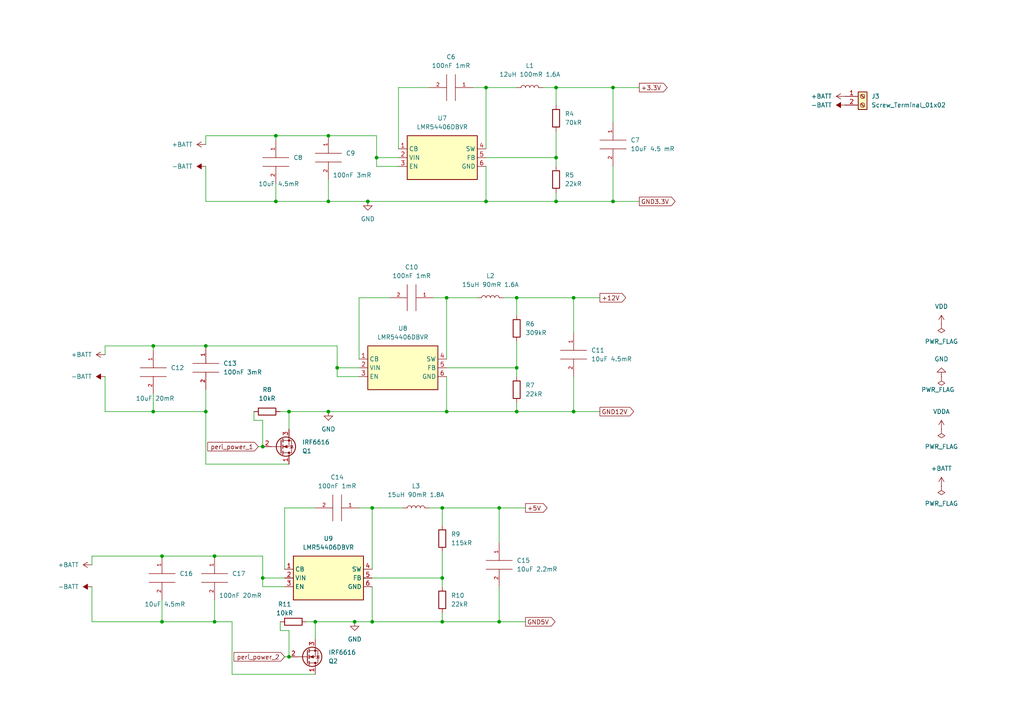
<source format=kicad_sch>
(kicad_sch (version 20211123) (generator eeschema)

  (uuid b08ef5d6-c185-49cf-92b2-80588675a8e5)

  (paper "A4")

  (lib_symbols
    (symbol "Connector:Screw_Terminal_01x02" (pin_names (offset 1.016) hide) (in_bom yes) (on_board yes)
      (property "Reference" "J" (id 0) (at 0 2.54 0)
        (effects (font (size 1.27 1.27)))
      )
      (property "Value" "Screw_Terminal_01x02" (id 1) (at 0 -5.08 0)
        (effects (font (size 1.27 1.27)))
      )
      (property "Footprint" "" (id 2) (at 0 0 0)
        (effects (font (size 1.27 1.27)) hide)
      )
      (property "Datasheet" "~" (id 3) (at 0 0 0)
        (effects (font (size 1.27 1.27)) hide)
      )
      (property "ki_keywords" "screw terminal" (id 4) (at 0 0 0)
        (effects (font (size 1.27 1.27)) hide)
      )
      (property "ki_description" "Generic screw terminal, single row, 01x02, script generated (kicad-library-utils/schlib/autogen/connector/)" (id 5) (at 0 0 0)
        (effects (font (size 1.27 1.27)) hide)
      )
      (property "ki_fp_filters" "TerminalBlock*:*" (id 6) (at 0 0 0)
        (effects (font (size 1.27 1.27)) hide)
      )
      (symbol "Screw_Terminal_01x02_1_1"
        (rectangle (start -1.27 1.27) (end 1.27 -3.81)
          (stroke (width 0.254) (type default) (color 0 0 0 0))
          (fill (type background))
        )
        (circle (center 0 -2.54) (radius 0.635)
          (stroke (width 0.1524) (type default) (color 0 0 0 0))
          (fill (type none))
        )
        (polyline
          (pts
            (xy -0.5334 -2.2098)
            (xy 0.3302 -3.048)
          )
          (stroke (width 0.1524) (type default) (color 0 0 0 0))
          (fill (type none))
        )
        (polyline
          (pts
            (xy -0.5334 0.3302)
            (xy 0.3302 -0.508)
          )
          (stroke (width 0.1524) (type default) (color 0 0 0 0))
          (fill (type none))
        )
        (polyline
          (pts
            (xy -0.3556 -2.032)
            (xy 0.508 -2.8702)
          )
          (stroke (width 0.1524) (type default) (color 0 0 0 0))
          (fill (type none))
        )
        (polyline
          (pts
            (xy -0.3556 0.508)
            (xy 0.508 -0.3302)
          )
          (stroke (width 0.1524) (type default) (color 0 0 0 0))
          (fill (type none))
        )
        (circle (center 0 0) (radius 0.635)
          (stroke (width 0.1524) (type default) (color 0 0 0 0))
          (fill (type none))
        )
        (pin passive line (at -5.08 0 0) (length 3.81)
          (name "Pin_1" (effects (font (size 1.27 1.27))))
          (number "1" (effects (font (size 1.27 1.27))))
        )
        (pin passive line (at -5.08 -2.54 0) (length 3.81)
          (name "Pin_2" (effects (font (size 1.27 1.27))))
          (number "2" (effects (font (size 1.27 1.27))))
        )
      )
    )
    (symbol "Device:L" (pin_numbers hide) (pin_names (offset 1.016) hide) (in_bom yes) (on_board yes)
      (property "Reference" "L" (id 0) (at -1.27 0 90)
        (effects (font (size 1.27 1.27)))
      )
      (property "Value" "L" (id 1) (at 1.905 0 90)
        (effects (font (size 1.27 1.27)))
      )
      (property "Footprint" "" (id 2) (at 0 0 0)
        (effects (font (size 1.27 1.27)) hide)
      )
      (property "Datasheet" "~" (id 3) (at 0 0 0)
        (effects (font (size 1.27 1.27)) hide)
      )
      (property "ki_keywords" "inductor choke coil reactor magnetic" (id 4) (at 0 0 0)
        (effects (font (size 1.27 1.27)) hide)
      )
      (property "ki_description" "Inductor" (id 5) (at 0 0 0)
        (effects (font (size 1.27 1.27)) hide)
      )
      (property "ki_fp_filters" "Choke_* *Coil* Inductor_* L_*" (id 6) (at 0 0 0)
        (effects (font (size 1.27 1.27)) hide)
      )
      (symbol "L_0_1"
        (arc (start 0 -2.54) (mid 0.635 -1.905) (end 0 -1.27)
          (stroke (width 0) (type default) (color 0 0 0 0))
          (fill (type none))
        )
        (arc (start 0 -1.27) (mid 0.635 -0.635) (end 0 0)
          (stroke (width 0) (type default) (color 0 0 0 0))
          (fill (type none))
        )
        (arc (start 0 0) (mid 0.635 0.635) (end 0 1.27)
          (stroke (width 0) (type default) (color 0 0 0 0))
          (fill (type none))
        )
        (arc (start 0 1.27) (mid 0.635 1.905) (end 0 2.54)
          (stroke (width 0) (type default) (color 0 0 0 0))
          (fill (type none))
        )
      )
      (symbol "L_1_1"
        (pin passive line (at 0 3.81 270) (length 1.27)
          (name "1" (effects (font (size 1.27 1.27))))
          (number "1" (effects (font (size 1.27 1.27))))
        )
        (pin passive line (at 0 -3.81 90) (length 1.27)
          (name "2" (effects (font (size 1.27 1.27))))
          (number "2" (effects (font (size 1.27 1.27))))
        )
      )
    )
    (symbol "Device:R" (pin_numbers hide) (pin_names (offset 0)) (in_bom yes) (on_board yes)
      (property "Reference" "R" (id 0) (at 2.032 0 90)
        (effects (font (size 1.27 1.27)))
      )
      (property "Value" "R" (id 1) (at 0 0 90)
        (effects (font (size 1.27 1.27)))
      )
      (property "Footprint" "" (id 2) (at -1.778 0 90)
        (effects (font (size 1.27 1.27)) hide)
      )
      (property "Datasheet" "~" (id 3) (at 0 0 0)
        (effects (font (size 1.27 1.27)) hide)
      )
      (property "ki_keywords" "R res resistor" (id 4) (at 0 0 0)
        (effects (font (size 1.27 1.27)) hide)
      )
      (property "ki_description" "Resistor" (id 5) (at 0 0 0)
        (effects (font (size 1.27 1.27)) hide)
      )
      (property "ki_fp_filters" "R_*" (id 6) (at 0 0 0)
        (effects (font (size 1.27 1.27)) hide)
      )
      (symbol "R_0_1"
        (rectangle (start -1.016 -2.54) (end 1.016 2.54)
          (stroke (width 0.254) (type default) (color 0 0 0 0))
          (fill (type none))
        )
      )
      (symbol "R_1_1"
        (pin passive line (at 0 3.81 270) (length 1.27)
          (name "~" (effects (font (size 1.27 1.27))))
          (number "1" (effects (font (size 1.27 1.27))))
        )
        (pin passive line (at 0 -3.81 90) (length 1.27)
          (name "~" (effects (font (size 1.27 1.27))))
          (number "2" (effects (font (size 1.27 1.27))))
        )
      )
    )
    (symbol "LM5181NGUR_1" (in_bom yes) (on_board yes)
      (property "Reference" "U7" (id 0) (at 0 20.32 0)
        (effects (font (size 1.27 1.27)))
      )
      (property "Value" "LMR54406DBVR" (id 1) (at 0 17.78 0)
        (effects (font (size 1.27 1.27)))
      )
      (property "Footprint" "LMR:lmr" (id 2) (at 17.78 16.51 0)
        (effects (font (size 1.27 1.27)) (justify left) hide)
      )
      (property "Datasheet" "https://www.ti.com/lit/ds/symlink/lmr54406.pdf?ts=1673853181180" (id 3) (at 50.8 -11.43 0)
        (effects (font (size 1.27 1.27)) hide)
      )
      (property "ki_keywords" "Buck Boost step-up step-down" (id 4) (at 0 0 0)
        (effects (font (size 1.27 1.27)) hide)
      )
      (property "ki_description" "Wide Voltage Range Buck-Boost Controller," (id 5) (at 0 0 0)
        (effects (font (size 1.27 1.27)) hide)
      )
      (property "ki_fp_filters" "Texas*PWP0020A*" (id 6) (at 0 0 0)
        (effects (font (size 1.27 1.27)) hide)
      )
      (symbol "LM5181NGUR_1_0_1"
        (rectangle (start -10.16 15.24) (end 10.16 2.54)
          (stroke (width 0.254) (type default) (color 0 0 0 0))
          (fill (type background))
        )
      )
      (symbol "LM5181NGUR_1_1_1"
        (pin passive line (at -12.7 11.43 0) (length 2.54)
          (name "CB" (effects (font (size 1.27 1.27))))
          (number "1" (effects (font (size 1.27 1.27))))
        )
        (pin power_in line (at -12.7 8.89 0) (length 2.54)
          (name "VIN" (effects (font (size 1.27 1.27))))
          (number "2" (effects (font (size 1.27 1.27))))
        )
        (pin input line (at -12.7 6.35 0) (length 2.54)
          (name "EN" (effects (font (size 1.27 1.27))))
          (number "3" (effects (font (size 1.27 1.27))))
        )
        (pin power_out line (at 12.7 11.43 180) (length 2.54)
          (name "SW" (effects (font (size 1.27 1.27))))
          (number "4" (effects (font (size 1.27 1.27))))
        )
        (pin input line (at 12.7 8.89 180) (length 2.54)
          (name "FB" (effects (font (size 1.27 1.27))))
          (number "5" (effects (font (size 1.27 1.27))))
        )
        (pin power_in line (at 12.7 6.35 180) (length 2.54)
          (name "GND" (effects (font (size 1.27 1.27))))
          (number "6" (effects (font (size 1.27 1.27))))
        )
      )
    )
    (symbol "LM5181NGUR_2" (in_bom yes) (on_board yes)
      (property "Reference" "U8" (id 0) (at 0 20.32 0)
        (effects (font (size 1.27 1.27)))
      )
      (property "Value" "LMR54406DBVR" (id 1) (at 0 17.78 0)
        (effects (font (size 1.27 1.27)))
      )
      (property "Footprint" "LMR:lmr" (id 2) (at 17.78 16.51 0)
        (effects (font (size 1.27 1.27)) (justify left) hide)
      )
      (property "Datasheet" "https://www.ti.com/lit/ds/symlink/lmr54406.pdf?ts=1673853181180" (id 3) (at 50.8 -11.43 0)
        (effects (font (size 1.27 1.27)) hide)
      )
      (property "ki_keywords" "Buck Boost step-up step-down" (id 4) (at 0 0 0)
        (effects (font (size 1.27 1.27)) hide)
      )
      (property "ki_description" "Wide Voltage Range Buck-Boost Controller," (id 5) (at 0 0 0)
        (effects (font (size 1.27 1.27)) hide)
      )
      (property "ki_fp_filters" "Texas*PWP0020A*" (id 6) (at 0 0 0)
        (effects (font (size 1.27 1.27)) hide)
      )
      (symbol "LM5181NGUR_2_0_1"
        (rectangle (start -10.16 15.24) (end 10.16 2.54)
          (stroke (width 0.254) (type default) (color 0 0 0 0))
          (fill (type background))
        )
      )
      (symbol "LM5181NGUR_2_1_1"
        (pin passive line (at -12.7 11.43 0) (length 2.54)
          (name "CB" (effects (font (size 1.27 1.27))))
          (number "1" (effects (font (size 1.27 1.27))))
        )
        (pin power_in line (at -12.7 8.89 0) (length 2.54)
          (name "VIN" (effects (font (size 1.27 1.27))))
          (number "2" (effects (font (size 1.27 1.27))))
        )
        (pin input line (at -12.7 6.35 0) (length 2.54)
          (name "EN" (effects (font (size 1.27 1.27))))
          (number "3" (effects (font (size 1.27 1.27))))
        )
        (pin power_out line (at 12.7 11.43 180) (length 2.54)
          (name "SW" (effects (font (size 1.27 1.27))))
          (number "4" (effects (font (size 1.27 1.27))))
        )
        (pin input line (at 12.7 8.89 180) (length 2.54)
          (name "FB" (effects (font (size 1.27 1.27))))
          (number "5" (effects (font (size 1.27 1.27))))
        )
        (pin power_in line (at 12.7 6.35 180) (length 2.54)
          (name "GND" (effects (font (size 1.27 1.27))))
          (number "6" (effects (font (size 1.27 1.27))))
        )
      )
    )
    (symbol "Regulator_Switching:LM5181NGUR" (in_bom yes) (on_board yes)
      (property "Reference" "U9" (id 0) (at 0 20.32 0)
        (effects (font (size 1.27 1.27)))
      )
      (property "Value" "LMR54406DBVR" (id 1) (at 0 17.78 0)
        (effects (font (size 1.27 1.27)))
      )
      (property "Footprint" "LMR:lmr" (id 2) (at 17.78 16.51 0)
        (effects (font (size 1.27 1.27)) (justify left) hide)
      )
      (property "Datasheet" "https://www.ti.com/lit/ds/symlink/lmr54406.pdf?ts=1673853181180" (id 3) (at 50.8 -11.43 0)
        (effects (font (size 1.27 1.27)) hide)
      )
      (property "ki_keywords" "Buck Boost step-up step-down" (id 4) (at 0 0 0)
        (effects (font (size 1.27 1.27)) hide)
      )
      (property "ki_description" "Wide Voltage Range Buck-Boost Controller," (id 5) (at 0 0 0)
        (effects (font (size 1.27 1.27)) hide)
      )
      (property "ki_fp_filters" "Texas*PWP0020A*" (id 6) (at 0 0 0)
        (effects (font (size 1.27 1.27)) hide)
      )
      (symbol "LM5181NGUR_0_1"
        (rectangle (start -10.16 15.24) (end 10.16 2.54)
          (stroke (width 0.254) (type default) (color 0 0 0 0))
          (fill (type background))
        )
      )
      (symbol "LM5181NGUR_1_1"
        (pin passive line (at -12.7 11.43 0) (length 2.54)
          (name "CB" (effects (font (size 1.27 1.27))))
          (number "1" (effects (font (size 1.27 1.27))))
        )
        (pin power_in line (at -12.7 8.89 0) (length 2.54)
          (name "VIN" (effects (font (size 1.27 1.27))))
          (number "2" (effects (font (size 1.27 1.27))))
        )
        (pin input line (at -12.7 6.35 0) (length 2.54)
          (name "EN" (effects (font (size 1.27 1.27))))
          (number "3" (effects (font (size 1.27 1.27))))
        )
        (pin power_out line (at 12.7 11.43 180) (length 2.54)
          (name "SW" (effects (font (size 1.27 1.27))))
          (number "4" (effects (font (size 1.27 1.27))))
        )
        (pin input line (at 12.7 8.89 180) (length 2.54)
          (name "FB" (effects (font (size 1.27 1.27))))
          (number "5" (effects (font (size 1.27 1.27))))
        )
        (pin power_in line (at 12.7 6.35 180) (length 2.54)
          (name "GND" (effects (font (size 1.27 1.27))))
          (number "6" (effects (font (size 1.27 1.27))))
        )
      )
    )
    (symbol "Transistor_FET:IRF6616" (pin_names hide) (in_bom yes) (on_board yes)
      (property "Reference" "Q" (id 0) (at 5.08 1.905 0)
        (effects (font (size 1.27 1.27)) (justify left))
      )
      (property "Value" "IRF6616" (id 1) (at 5.08 0 0)
        (effects (font (size 1.27 1.27)) (justify left))
      )
      (property "Footprint" "Package_DirectFET:DirectFET_MX" (id 2) (at 0 0 0)
        (effects (font (size 1.27 1.27) italic) hide)
      )
      (property "Datasheet" "https://www.infineon.com/dgdl/irf6616pbf.pdf?fileId=5546d462533600a4015355e843461a13" (id 3) (at 0 0 0)
        (effects (font (size 1.27 1.27)) (justify left) hide)
      )
      (property "ki_keywords" "N-Channel MOSFET" (id 4) (at 0 0 0)
        (effects (font (size 1.27 1.27)) hide)
      )
      (property "ki_description" "19A Id, 40V Vds, 5mOhm Rds, N-Channel MOSFET, DirectFET MX" (id 5) (at 0 0 0)
        (effects (font (size 1.27 1.27)) hide)
      )
      (property "ki_fp_filters" "DirectFET*MX*" (id 6) (at 0 0 0)
        (effects (font (size 1.27 1.27)) hide)
      )
      (symbol "IRF6616_0_1"
        (polyline
          (pts
            (xy 0.254 0)
            (xy -2.54 0)
          )
          (stroke (width 0) (type default) (color 0 0 0 0))
          (fill (type none))
        )
        (polyline
          (pts
            (xy 0.254 1.905)
            (xy 0.254 -1.905)
          )
          (stroke (width 0.254) (type default) (color 0 0 0 0))
          (fill (type none))
        )
        (polyline
          (pts
            (xy 0.762 -1.27)
            (xy 0.762 -2.286)
          )
          (stroke (width 0.254) (type default) (color 0 0 0 0))
          (fill (type none))
        )
        (polyline
          (pts
            (xy 0.762 0.508)
            (xy 0.762 -0.508)
          )
          (stroke (width 0.254) (type default) (color 0 0 0 0))
          (fill (type none))
        )
        (polyline
          (pts
            (xy 0.762 2.286)
            (xy 0.762 1.27)
          )
          (stroke (width 0.254) (type default) (color 0 0 0 0))
          (fill (type none))
        )
        (polyline
          (pts
            (xy 2.54 2.54)
            (xy 2.54 1.778)
          )
          (stroke (width 0) (type default) (color 0 0 0 0))
          (fill (type none))
        )
        (polyline
          (pts
            (xy 2.54 -2.54)
            (xy 2.54 0)
            (xy 0.762 0)
          )
          (stroke (width 0) (type default) (color 0 0 0 0))
          (fill (type none))
        )
        (polyline
          (pts
            (xy 0.762 -1.778)
            (xy 3.302 -1.778)
            (xy 3.302 1.778)
            (xy 0.762 1.778)
          )
          (stroke (width 0) (type default) (color 0 0 0 0))
          (fill (type none))
        )
        (polyline
          (pts
            (xy 1.016 0)
            (xy 2.032 0.381)
            (xy 2.032 -0.381)
            (xy 1.016 0)
          )
          (stroke (width 0) (type default) (color 0 0 0 0))
          (fill (type outline))
        )
        (polyline
          (pts
            (xy 2.794 0.508)
            (xy 2.921 0.381)
            (xy 3.683 0.381)
            (xy 3.81 0.254)
          )
          (stroke (width 0) (type default) (color 0 0 0 0))
          (fill (type none))
        )
        (polyline
          (pts
            (xy 3.302 0.381)
            (xy 2.921 -0.254)
            (xy 3.683 -0.254)
            (xy 3.302 0.381)
          )
          (stroke (width 0) (type default) (color 0 0 0 0))
          (fill (type none))
        )
        (circle (center 1.651 0) (radius 2.794)
          (stroke (width 0.254) (type default) (color 0 0 0 0))
          (fill (type none))
        )
        (circle (center 2.54 -1.778) (radius 0.254)
          (stroke (width 0) (type default) (color 0 0 0 0))
          (fill (type outline))
        )
        (circle (center 2.54 1.778) (radius 0.254)
          (stroke (width 0) (type default) (color 0 0 0 0))
          (fill (type outline))
        )
      )
      (symbol "IRF6616_1_1"
        (pin passive line (at 2.54 5.08 270) (length 2.54)
          (name "D" (effects (font (size 1.27 1.27))))
          (number "1" (effects (font (size 1.27 1.27))))
        )
        (pin input line (at -5.08 0 0) (length 2.54)
          (name "G" (effects (font (size 1.27 1.27))))
          (number "2" (effects (font (size 1.27 1.27))))
        )
        (pin passive line (at 2.54 -5.08 90) (length 2.54)
          (name "S" (effects (font (size 1.27 1.27))))
          (number "3" (effects (font (size 1.27 1.27))))
        )
      )
    )
    (symbol "power:+BATT" (power) (pin_names (offset 0)) (in_bom yes) (on_board yes)
      (property "Reference" "#PWR" (id 0) (at 0 -3.81 0)
        (effects (font (size 1.27 1.27)) hide)
      )
      (property "Value" "+BATT" (id 1) (at 0 3.556 0)
        (effects (font (size 1.27 1.27)))
      )
      (property "Footprint" "" (id 2) (at 0 0 0)
        (effects (font (size 1.27 1.27)) hide)
      )
      (property "Datasheet" "" (id 3) (at 0 0 0)
        (effects (font (size 1.27 1.27)) hide)
      )
      (property "ki_keywords" "power-flag battery" (id 4) (at 0 0 0)
        (effects (font (size 1.27 1.27)) hide)
      )
      (property "ki_description" "Power symbol creates a global label with name \"+BATT\"" (id 5) (at 0 0 0)
        (effects (font (size 1.27 1.27)) hide)
      )
      (symbol "+BATT_0_1"
        (polyline
          (pts
            (xy -0.762 1.27)
            (xy 0 2.54)
          )
          (stroke (width 0) (type default) (color 0 0 0 0))
          (fill (type none))
        )
        (polyline
          (pts
            (xy 0 0)
            (xy 0 2.54)
          )
          (stroke (width 0) (type default) (color 0 0 0 0))
          (fill (type none))
        )
        (polyline
          (pts
            (xy 0 2.54)
            (xy 0.762 1.27)
          )
          (stroke (width 0) (type default) (color 0 0 0 0))
          (fill (type none))
        )
      )
      (symbol "+BATT_1_1"
        (pin power_in line (at 0 0 90) (length 0) hide
          (name "+BATT" (effects (font (size 1.27 1.27))))
          (number "1" (effects (font (size 1.27 1.27))))
        )
      )
    )
    (symbol "power:-BATT" (power) (pin_names (offset 0)) (in_bom yes) (on_board yes)
      (property "Reference" "#PWR" (id 0) (at 0 -3.81 0)
        (effects (font (size 1.27 1.27)) hide)
      )
      (property "Value" "-BATT" (id 1) (at 0 3.556 0)
        (effects (font (size 1.27 1.27)))
      )
      (property "Footprint" "" (id 2) (at 0 0 0)
        (effects (font (size 1.27 1.27)) hide)
      )
      (property "Datasheet" "" (id 3) (at 0 0 0)
        (effects (font (size 1.27 1.27)) hide)
      )
      (property "ki_keywords" "power-flag battery" (id 4) (at 0 0 0)
        (effects (font (size 1.27 1.27)) hide)
      )
      (property "ki_description" "Power symbol creates a global label with name \"-BATT\"" (id 5) (at 0 0 0)
        (effects (font (size 1.27 1.27)) hide)
      )
      (symbol "-BATT_0_1"
        (polyline
          (pts
            (xy 0 0)
            (xy 0 2.54)
          )
          (stroke (width 0) (type default) (color 0 0 0 0))
          (fill (type none))
        )
        (polyline
          (pts
            (xy 0.762 1.27)
            (xy -0.762 1.27)
            (xy 0 2.54)
            (xy 0.762 1.27)
          )
          (stroke (width 0) (type default) (color 0 0 0 0))
          (fill (type outline))
        )
      )
      (symbol "-BATT_1_1"
        (pin power_in line (at 0 0 90) (length 0) hide
          (name "-BATT" (effects (font (size 1.27 1.27))))
          (number "1" (effects (font (size 1.27 1.27))))
        )
      )
    )
    (symbol "power:GND" (power) (pin_names (offset 0)) (in_bom yes) (on_board yes)
      (property "Reference" "#PWR" (id 0) (at 0 -6.35 0)
        (effects (font (size 1.27 1.27)) hide)
      )
      (property "Value" "GND" (id 1) (at 0 -3.81 0)
        (effects (font (size 1.27 1.27)))
      )
      (property "Footprint" "" (id 2) (at 0 0 0)
        (effects (font (size 1.27 1.27)) hide)
      )
      (property "Datasheet" "" (id 3) (at 0 0 0)
        (effects (font (size 1.27 1.27)) hide)
      )
      (property "ki_keywords" "power-flag" (id 4) (at 0 0 0)
        (effects (font (size 1.27 1.27)) hide)
      )
      (property "ki_description" "Power symbol creates a global label with name \"GND\" , ground" (id 5) (at 0 0 0)
        (effects (font (size 1.27 1.27)) hide)
      )
      (symbol "GND_0_1"
        (polyline
          (pts
            (xy 0 0)
            (xy 0 -1.27)
            (xy 1.27 -1.27)
            (xy 0 -2.54)
            (xy -1.27 -1.27)
            (xy 0 -1.27)
          )
          (stroke (width 0) (type default) (color 0 0 0 0))
          (fill (type none))
        )
      )
      (symbol "GND_1_1"
        (pin power_in line (at 0 0 270) (length 0) hide
          (name "GND" (effects (font (size 1.27 1.27))))
          (number "1" (effects (font (size 1.27 1.27))))
        )
      )
    )
    (symbol "power:PWR_FLAG" (power) (pin_numbers hide) (pin_names (offset 0) hide) (in_bom yes) (on_board yes)
      (property "Reference" "#FLG" (id 0) (at 0 1.905 0)
        (effects (font (size 1.27 1.27)) hide)
      )
      (property "Value" "PWR_FLAG" (id 1) (at 0 3.81 0)
        (effects (font (size 1.27 1.27)))
      )
      (property "Footprint" "" (id 2) (at 0 0 0)
        (effects (font (size 1.27 1.27)) hide)
      )
      (property "Datasheet" "~" (id 3) (at 0 0 0)
        (effects (font (size 1.27 1.27)) hide)
      )
      (property "ki_keywords" "power-flag" (id 4) (at 0 0 0)
        (effects (font (size 1.27 1.27)) hide)
      )
      (property "ki_description" "Special symbol for telling ERC where power comes from" (id 5) (at 0 0 0)
        (effects (font (size 1.27 1.27)) hide)
      )
      (symbol "PWR_FLAG_0_0"
        (pin power_out line (at 0 0 90) (length 0)
          (name "pwr" (effects (font (size 1.27 1.27))))
          (number "1" (effects (font (size 1.27 1.27))))
        )
      )
      (symbol "PWR_FLAG_0_1"
        (polyline
          (pts
            (xy 0 0)
            (xy 0 1.27)
            (xy -1.016 1.905)
            (xy 0 2.54)
            (xy 1.016 1.905)
            (xy 0 1.27)
          )
          (stroke (width 0) (type default) (color 0 0 0 0))
          (fill (type none))
        )
      )
    )
    (symbol "power:VDD" (power) (pin_names (offset 0)) (in_bom yes) (on_board yes)
      (property "Reference" "#PWR" (id 0) (at 0 -3.81 0)
        (effects (font (size 1.27 1.27)) hide)
      )
      (property "Value" "VDD" (id 1) (at 0 3.81 0)
        (effects (font (size 1.27 1.27)))
      )
      (property "Footprint" "" (id 2) (at 0 0 0)
        (effects (font (size 1.27 1.27)) hide)
      )
      (property "Datasheet" "" (id 3) (at 0 0 0)
        (effects (font (size 1.27 1.27)) hide)
      )
      (property "ki_keywords" "power-flag" (id 4) (at 0 0 0)
        (effects (font (size 1.27 1.27)) hide)
      )
      (property "ki_description" "Power symbol creates a global label with name \"VDD\"" (id 5) (at 0 0 0)
        (effects (font (size 1.27 1.27)) hide)
      )
      (symbol "VDD_0_1"
        (polyline
          (pts
            (xy -0.762 1.27)
            (xy 0 2.54)
          )
          (stroke (width 0) (type default) (color 0 0 0 0))
          (fill (type none))
        )
        (polyline
          (pts
            (xy 0 0)
            (xy 0 2.54)
          )
          (stroke (width 0) (type default) (color 0 0 0 0))
          (fill (type none))
        )
        (polyline
          (pts
            (xy 0 2.54)
            (xy 0.762 1.27)
          )
          (stroke (width 0) (type default) (color 0 0 0 0))
          (fill (type none))
        )
      )
      (symbol "VDD_1_1"
        (pin power_in line (at 0 0 90) (length 0) hide
          (name "VDD" (effects (font (size 1.27 1.27))))
          (number "1" (effects (font (size 1.27 1.27))))
        )
      )
    )
    (symbol "power:VDDA" (power) (pin_names (offset 0)) (in_bom yes) (on_board yes)
      (property "Reference" "#PWR" (id 0) (at 0 -3.81 0)
        (effects (font (size 1.27 1.27)) hide)
      )
      (property "Value" "VDDA" (id 1) (at 0 3.81 0)
        (effects (font (size 1.27 1.27)))
      )
      (property "Footprint" "" (id 2) (at 0 0 0)
        (effects (font (size 1.27 1.27)) hide)
      )
      (property "Datasheet" "" (id 3) (at 0 0 0)
        (effects (font (size 1.27 1.27)) hide)
      )
      (property "ki_keywords" "power-flag" (id 4) (at 0 0 0)
        (effects (font (size 1.27 1.27)) hide)
      )
      (property "ki_description" "Power symbol creates a global label with name \"VDDA\"" (id 5) (at 0 0 0)
        (effects (font (size 1.27 1.27)) hide)
      )
      (symbol "VDDA_0_1"
        (polyline
          (pts
            (xy -0.762 1.27)
            (xy 0 2.54)
          )
          (stroke (width 0) (type default) (color 0 0 0 0))
          (fill (type none))
        )
        (polyline
          (pts
            (xy 0 0)
            (xy 0 2.54)
          )
          (stroke (width 0) (type default) (color 0 0 0 0))
          (fill (type none))
        )
        (polyline
          (pts
            (xy 0 2.54)
            (xy 0.762 1.27)
          )
          (stroke (width 0) (type default) (color 0 0 0 0))
          (fill (type none))
        )
      )
      (symbol "VDDA_1_1"
        (pin power_in line (at 0 0 90) (length 0) hide
          (name "VDDA" (effects (font (size 1.27 1.27))))
          (number "1" (effects (font (size 1.27 1.27))))
        )
      )
    )
    (symbol "pspice:C" (pin_names (offset 0.254)) (in_bom yes) (on_board yes)
      (property "Reference" "C" (id 0) (at 2.54 3.81 90)
        (effects (font (size 1.27 1.27)))
      )
      (property "Value" "C" (id 1) (at 2.54 -3.81 90)
        (effects (font (size 1.27 1.27)))
      )
      (property "Footprint" "" (id 2) (at 0 0 0)
        (effects (font (size 1.27 1.27)) hide)
      )
      (property "Datasheet" "~" (id 3) (at 0 0 0)
        (effects (font (size 1.27 1.27)) hide)
      )
      (property "ki_keywords" "simulation" (id 4) (at 0 0 0)
        (effects (font (size 1.27 1.27)) hide)
      )
      (property "ki_description" "Capacitor symbol for simulation only" (id 5) (at 0 0 0)
        (effects (font (size 1.27 1.27)) hide)
      )
      (symbol "C_0_1"
        (polyline
          (pts
            (xy -3.81 -1.27)
            (xy 3.81 -1.27)
          )
          (stroke (width 0) (type default) (color 0 0 0 0))
          (fill (type none))
        )
        (polyline
          (pts
            (xy -3.81 1.27)
            (xy 3.81 1.27)
          )
          (stroke (width 0) (type default) (color 0 0 0 0))
          (fill (type none))
        )
      )
      (symbol "C_1_1"
        (pin passive line (at 0 6.35 270) (length 5.08)
          (name "~" (effects (font (size 1.016 1.016))))
          (number "1" (effects (font (size 1.016 1.016))))
        )
        (pin passive line (at 0 -6.35 90) (length 5.08)
          (name "~" (effects (font (size 1.016 1.016))))
          (number "2" (effects (font (size 1.016 1.016))))
        )
      )
    )
  )

  (junction (at 80.01 58.42) (diameter 0) (color 0 0 0 0)
    (uuid 03660d11-6ed2-4d27-b95d-08f34c9e8c1e)
  )
  (junction (at 177.8 58.42) (diameter 0) (color 0 0 0 0)
    (uuid 10456653-47f7-4716-ac21-afc5dc723383)
  )
  (junction (at 59.69 119.38) (diameter 0) (color 0 0 0 0)
    (uuid 10730415-f3f6-4e1d-b3d2-71857c6ee5e4)
  )
  (junction (at 95.25 58.42) (diameter 0) (color 0 0 0 0)
    (uuid 142cef5d-92bd-4cbd-bf81-dbc9d421b2f3)
  )
  (junction (at 128.27 147.32) (diameter 0) (color 0 0 0 0)
    (uuid 15c9cc0b-a5e6-4aa0-b0d4-6828a55f4a24)
  )
  (junction (at 80.01 39.37) (diameter 0) (color 0 0 0 0)
    (uuid 1b08d040-277a-4eb8-8afc-6587d56bf8b5)
  )
  (junction (at 177.8 25.4) (diameter 0) (color 0 0 0 0)
    (uuid 243edf94-8a7b-4d39-a4c3-31afbf94bf8f)
  )
  (junction (at 46.99 161.29) (diameter 0) (color 0 0 0 0)
    (uuid 30a51701-dc05-4b29-b7dd-9aec31d16be9)
  )
  (junction (at 128.27 167.64) (diameter 0) (color 0 0 0 0)
    (uuid 40138dcb-72a7-4a5c-a0a7-d9c58a2126e4)
  )
  (junction (at 91.44 180.34) (diameter 0) (color 0 0 0 0)
    (uuid 4ed9ccca-7ae1-4838-9567-f1653404f028)
  )
  (junction (at 76.2 167.64) (diameter 0) (color 0 0 0 0)
    (uuid 56f4dc8c-bd37-451c-bebb-8de0a8cf051b)
  )
  (junction (at 107.95 180.34) (diameter 0) (color 0 0 0 0)
    (uuid 58e9e98f-822e-4725-bd10-1745ed674b47)
  )
  (junction (at 161.29 58.42) (diameter 0) (color 0 0 0 0)
    (uuid 5a2df53b-1268-4876-ac61-e2f1a79c7818)
  )
  (junction (at 95.25 39.37) (diameter 0) (color 0 0 0 0)
    (uuid 5d2c7892-fb7f-497f-8e64-eb77cd4e41c7)
  )
  (junction (at 97.79 106.68) (diameter 0) (color 0 0 0 0)
    (uuid 68906108-c75f-4e58-a3ae-f331945bf17f)
  )
  (junction (at 166.37 86.36) (diameter 0) (color 0 0 0 0)
    (uuid 6b6d75e4-b2f9-46fb-9f55-eca0ec390e96)
  )
  (junction (at 102.87 180.34) (diameter 0) (color 0 0 0 0)
    (uuid 6bd5dd36-6b85-4d5d-a46c-04cbc170d760)
  )
  (junction (at 149.86 119.38) (diameter 0) (color 0 0 0 0)
    (uuid 7294dc86-9a31-410c-8430-c2a0fcd87398)
  )
  (junction (at 129.54 119.38) (diameter 0) (color 0 0 0 0)
    (uuid 7b6424cf-7137-4303-b1d6-caf8f8817b79)
  )
  (junction (at 161.29 25.4) (diameter 0) (color 0 0 0 0)
    (uuid 7e9af518-8df2-4ed7-b486-3e9579a34546)
  )
  (junction (at 129.54 86.36) (diameter 0) (color 0 0 0 0)
    (uuid 8822b073-7ff6-4648-9468-d81af9cbf201)
  )
  (junction (at 149.86 106.68) (diameter 0) (color 0 0 0 0)
    (uuid 8e243a2b-2342-4120-8289-2ab88596151a)
  )
  (junction (at 44.45 100.33) (diameter 0) (color 0 0 0 0)
    (uuid 9236a329-6a57-4fad-a985-dee121debab2)
  )
  (junction (at 140.97 58.42) (diameter 0) (color 0 0 0 0)
    (uuid a9db6c28-a920-4c89-869d-3d6edfd6df19)
  )
  (junction (at 107.95 147.32) (diameter 0) (color 0 0 0 0)
    (uuid aad7d0b1-726e-485f-9d3a-a3180dd868ef)
  )
  (junction (at 59.69 100.33) (diameter 0) (color 0 0 0 0)
    (uuid ae9fa63e-d507-4423-add6-1f20eced6bbb)
  )
  (junction (at 62.23 180.34) (diameter 0) (color 0 0 0 0)
    (uuid b356a503-9e5e-48d8-af3f-8c96c8d268d6)
  )
  (junction (at 144.78 180.34) (diameter 0) (color 0 0 0 0)
    (uuid b7c59a79-f3bd-4436-b877-0b33e5bcf35e)
  )
  (junction (at 144.78 147.32) (diameter 0) (color 0 0 0 0)
    (uuid b9377f87-c16d-4019-b98b-472ee192d0bd)
  )
  (junction (at 149.86 86.36) (diameter 0) (color 0 0 0 0)
    (uuid ba7488f3-0260-4f82-b870-1eee5ecb9ced)
  )
  (junction (at 83.82 190.5) (diameter 0) (color 0 0 0 0)
    (uuid bd135f7b-8bea-4174-9c9f-14611b65f3cc)
  )
  (junction (at 140.97 25.4) (diameter 0) (color 0 0 0 0)
    (uuid bec758ad-2d1d-4447-b808-16e99321bb02)
  )
  (junction (at 46.99 180.34) (diameter 0) (color 0 0 0 0)
    (uuid caa7025d-cba7-4cca-a3f6-4e5da1af943f)
  )
  (junction (at 128.27 180.34) (diameter 0) (color 0 0 0 0)
    (uuid d1864af6-b7a7-4acb-aee4-12d5ba067d62)
  )
  (junction (at 106.68 58.42) (diameter 0) (color 0 0 0 0)
    (uuid d600821e-6ee4-41da-bbcf-a5d4a6a7fc50)
  )
  (junction (at 83.82 119.38) (diameter 0) (color 0 0 0 0)
    (uuid dd98fe59-38d9-4538-9442-ef4885ab0d31)
  )
  (junction (at 161.29 45.72) (diameter 0) (color 0 0 0 0)
    (uuid dfb35508-fc4b-4e0d-b2d4-1c874a8b5600)
  )
  (junction (at 76.2 129.54) (diameter 0) (color 0 0 0 0)
    (uuid e11fe872-d72d-4dc7-a7c4-e16a6ae236e8)
  )
  (junction (at 109.22 45.72) (diameter 0) (color 0 0 0 0)
    (uuid e8682d99-e1a7-484c-ab7d-51abe3358abe)
  )
  (junction (at 44.45 119.38) (diameter 0) (color 0 0 0 0)
    (uuid e9a78bd2-0e15-4c96-8381-674943ffe108)
  )
  (junction (at 166.37 119.38) (diameter 0) (color 0 0 0 0)
    (uuid eb99f282-3e19-454b-b75f-5dce453663d2)
  )
  (junction (at 95.25 119.38) (diameter 0) (color 0 0 0 0)
    (uuid f5c49cc0-0c25-4361-a229-e3bc89087733)
  )
  (junction (at 62.23 161.29) (diameter 0) (color 0 0 0 0)
    (uuid feaf86a1-5f3b-4ba3-97f0-f4cf3c848453)
  )

  (wire (pts (xy 97.79 100.33) (xy 97.79 106.68))
    (stroke (width 0) (type default) (color 0 0 0 0))
    (uuid 019fe299-fddf-43db-85d4-eb4f81baa5e8)
  )
  (wire (pts (xy 81.28 119.38) (xy 83.82 119.38))
    (stroke (width 0) (type default) (color 0 0 0 0))
    (uuid 05eb0737-4405-4454-a9cc-14c642e6fae3)
  )
  (wire (pts (xy 128.27 147.32) (xy 124.46 147.32))
    (stroke (width 0) (type default) (color 0 0 0 0))
    (uuid 0bf343d2-f4ae-4658-95e2-edb8cae7ae1d)
  )
  (wire (pts (xy 46.99 161.29) (xy 62.23 161.29))
    (stroke (width 0) (type default) (color 0 0 0 0))
    (uuid 0d9f5e39-fb4a-424c-a55d-68503a17836d)
  )
  (wire (pts (xy 26.67 163.83) (xy 26.67 161.29))
    (stroke (width 0) (type default) (color 0 0 0 0))
    (uuid 0e1c7feb-96e0-4f68-a211-5fe9b2017d21)
  )
  (wire (pts (xy 129.54 106.68) (xy 149.86 106.68))
    (stroke (width 0) (type default) (color 0 0 0 0))
    (uuid 113d3bb4-d95f-4423-a0f1-3fd341b48d75)
  )
  (wire (pts (xy 30.48 119.38) (xy 44.45 119.38))
    (stroke (width 0) (type default) (color 0 0 0 0))
    (uuid 11a2a2bd-bddb-4127-8d4d-ad4624a21aa9)
  )
  (wire (pts (xy 144.78 170.18) (xy 144.78 180.34))
    (stroke (width 0) (type default) (color 0 0 0 0))
    (uuid 11bd8b2c-ad01-4ae3-991e-53298ce2826a)
  )
  (wire (pts (xy 149.86 119.38) (xy 129.54 119.38))
    (stroke (width 0) (type default) (color 0 0 0 0))
    (uuid 15c725b4-025e-4341-b17e-e273f950835d)
  )
  (wire (pts (xy 109.22 39.37) (xy 109.22 45.72))
    (stroke (width 0) (type default) (color 0 0 0 0))
    (uuid 1613357a-da00-44be-82bf-51507e569435)
  )
  (wire (pts (xy 129.54 86.36) (xy 129.54 104.14))
    (stroke (width 0) (type default) (color 0 0 0 0))
    (uuid 1827c735-4206-49be-9b22-7f56865cb7d0)
  )
  (wire (pts (xy 161.29 55.88) (xy 161.29 58.42))
    (stroke (width 0) (type default) (color 0 0 0 0))
    (uuid 19df042a-6c9d-4645-89a0-732905188349)
  )
  (wire (pts (xy 62.23 180.34) (xy 62.23 173.99))
    (stroke (width 0) (type default) (color 0 0 0 0))
    (uuid 19eebd83-d28c-46eb-b233-a1d03d61abd4)
  )
  (wire (pts (xy 144.78 147.32) (xy 128.27 147.32))
    (stroke (width 0) (type default) (color 0 0 0 0))
    (uuid 1b6be6ec-689d-48ce-b945-b1308873b126)
  )
  (wire (pts (xy 129.54 119.38) (xy 95.25 119.38))
    (stroke (width 0) (type default) (color 0 0 0 0))
    (uuid 1d456872-8662-4d8f-badd-00b6d53f4982)
  )
  (wire (pts (xy 80.01 40.64) (xy 80.01 39.37))
    (stroke (width 0) (type default) (color 0 0 0 0))
    (uuid 25ee233b-eb72-4b05-a7ce-47787a784f80)
  )
  (wire (pts (xy 149.86 86.36) (xy 146.05 86.36))
    (stroke (width 0) (type default) (color 0 0 0 0))
    (uuid 2a1fc34e-1b44-4ef9-ad62-7c60c2dc4f41)
  )
  (wire (pts (xy 80.01 58.42) (xy 80.01 53.34))
    (stroke (width 0) (type default) (color 0 0 0 0))
    (uuid 2b185d91-ac80-414b-86fb-f63537e12d31)
  )
  (wire (pts (xy 140.97 45.72) (xy 161.29 45.72))
    (stroke (width 0) (type default) (color 0 0 0 0))
    (uuid 2de45f81-46fc-4fd5-bb11-3752eccf3e73)
  )
  (wire (pts (xy 26.67 170.18) (xy 26.67 180.34))
    (stroke (width 0) (type default) (color 0 0 0 0))
    (uuid 2f3b4c97-bc1e-4285-87ca-ac15ef1389c4)
  )
  (wire (pts (xy 82.55 167.64) (xy 76.2 167.64))
    (stroke (width 0) (type default) (color 0 0 0 0))
    (uuid 308de8ea-86e6-4cbf-bff9-5b1391721992)
  )
  (wire (pts (xy 59.69 100.33) (xy 97.79 100.33))
    (stroke (width 0) (type default) (color 0 0 0 0))
    (uuid 32c8c5dc-ddfa-4046-9e2d-91a1105bb3d4)
  )
  (wire (pts (xy 166.37 86.36) (xy 149.86 86.36))
    (stroke (width 0) (type default) (color 0 0 0 0))
    (uuid 337f60b9-8844-465e-a7c2-b8af17e3e17e)
  )
  (wire (pts (xy 140.97 25.4) (xy 149.86 25.4))
    (stroke (width 0) (type default) (color 0 0 0 0))
    (uuid 33975320-335a-4c34-ba68-528e5252a5d4)
  )
  (wire (pts (xy 161.29 25.4) (xy 157.48 25.4))
    (stroke (width 0) (type default) (color 0 0 0 0))
    (uuid 3af31a76-0674-4893-8e7f-6bcd7a203586)
  )
  (wire (pts (xy 149.86 106.68) (xy 149.86 109.22))
    (stroke (width 0) (type default) (color 0 0 0 0))
    (uuid 3e5831c0-35c3-4610-9ba2-193905feb819)
  )
  (wire (pts (xy 44.45 100.33) (xy 59.69 100.33))
    (stroke (width 0) (type default) (color 0 0 0 0))
    (uuid 40be7ada-52e8-467f-b872-65d58b7bf211)
  )
  (wire (pts (xy 115.57 25.4) (xy 124.46 25.4))
    (stroke (width 0) (type default) (color 0 0 0 0))
    (uuid 40dc73a6-c96c-4cc3-9b6a-add4f5e2beaf)
  )
  (wire (pts (xy 82.55 147.32) (xy 82.55 165.1))
    (stroke (width 0) (type default) (color 0 0 0 0))
    (uuid 4339aa77-f280-4438-8f24-17213970c906)
  )
  (wire (pts (xy 166.37 109.22) (xy 166.37 119.38))
    (stroke (width 0) (type default) (color 0 0 0 0))
    (uuid 43ab87c6-80fc-43a7-970f-f9fdd83ddd46)
  )
  (wire (pts (xy 46.99 180.34) (xy 46.99 173.99))
    (stroke (width 0) (type default) (color 0 0 0 0))
    (uuid 43edd3f6-d837-4741-8148-e8494e05ae40)
  )
  (wire (pts (xy 59.69 58.42) (xy 80.01 58.42))
    (stroke (width 0) (type default) (color 0 0 0 0))
    (uuid 44ecd169-a0e7-45f4-aebf-f1eb62b4c58a)
  )
  (wire (pts (xy 59.69 134.62) (xy 83.82 134.62))
    (stroke (width 0) (type default) (color 0 0 0 0))
    (uuid 4596d4cf-5701-46e8-bbbc-dd25ef497a95)
  )
  (wire (pts (xy 59.69 41.91) (xy 59.69 39.37))
    (stroke (width 0) (type default) (color 0 0 0 0))
    (uuid 4e972bd4-f2d4-4dc1-b63d-5f1dfef7c916)
  )
  (wire (pts (xy 44.45 119.38) (xy 44.45 114.3))
    (stroke (width 0) (type default) (color 0 0 0 0))
    (uuid 524c0e19-0902-4388-b53e-e76e09fbeb9b)
  )
  (wire (pts (xy 73.66 121.92) (xy 76.2 121.92))
    (stroke (width 0) (type default) (color 0 0 0 0))
    (uuid 5426877b-8194-4c62-be30-f3e681036de6)
  )
  (wire (pts (xy 81.28 182.88) (xy 83.82 182.88))
    (stroke (width 0) (type default) (color 0 0 0 0))
    (uuid 54ca6853-078e-49ea-a431-d671ee0736fb)
  )
  (wire (pts (xy 91.44 180.34) (xy 102.87 180.34))
    (stroke (width 0) (type default) (color 0 0 0 0))
    (uuid 55b8a48e-9938-4127-a51a-eeed6501dea5)
  )
  (wire (pts (xy 59.69 39.37) (xy 80.01 39.37))
    (stroke (width 0) (type default) (color 0 0 0 0))
    (uuid 564718db-9a0a-489d-b4ba-c89af18c0371)
  )
  (wire (pts (xy 149.86 116.84) (xy 149.86 119.38))
    (stroke (width 0) (type default) (color 0 0 0 0))
    (uuid 56739a69-bb19-4039-8db6-ad3c72071cc9)
  )
  (wire (pts (xy 173.99 119.38) (xy 166.37 119.38))
    (stroke (width 0) (type default) (color 0 0 0 0))
    (uuid 56a6f4ef-411d-4134-aa4a-35dec52b9ade)
  )
  (wire (pts (xy 125.73 86.36) (xy 129.54 86.36))
    (stroke (width 0) (type default) (color 0 0 0 0))
    (uuid 5b2be080-6071-4aad-92b4-a418a7509be9)
  )
  (wire (pts (xy 129.54 86.36) (xy 138.43 86.36))
    (stroke (width 0) (type default) (color 0 0 0 0))
    (uuid 5b86ab19-1577-4104-b802-78513fe59552)
  )
  (wire (pts (xy 59.69 119.38) (xy 59.69 113.03))
    (stroke (width 0) (type default) (color 0 0 0 0))
    (uuid 60c9363a-f44e-4d6f-a75f-b3976894050e)
  )
  (wire (pts (xy 104.14 106.68) (xy 97.79 106.68))
    (stroke (width 0) (type default) (color 0 0 0 0))
    (uuid 62e73659-529d-4c2e-9bf9-6766aee9762f)
  )
  (wire (pts (xy 107.95 170.18) (xy 107.95 180.34))
    (stroke (width 0) (type default) (color 0 0 0 0))
    (uuid 63874999-df0b-48ea-996a-3d277de8ed72)
  )
  (wire (pts (xy 95.25 58.42) (xy 95.25 52.07))
    (stroke (width 0) (type default) (color 0 0 0 0))
    (uuid 66c1fbd5-501b-4e6a-bdb0-ced4db5df0bc)
  )
  (wire (pts (xy 82.55 170.18) (xy 76.2 170.18))
    (stroke (width 0) (type default) (color 0 0 0 0))
    (uuid 6abb3c57-5949-4fb4-8826-bd3b9f7437aa)
  )
  (wire (pts (xy 83.82 119.38) (xy 95.25 119.38))
    (stroke (width 0) (type default) (color 0 0 0 0))
    (uuid 6c1a6b11-a3b6-4781-97e4-24299aae94dc)
  )
  (wire (pts (xy 152.4 180.34) (xy 144.78 180.34))
    (stroke (width 0) (type default) (color 0 0 0 0))
    (uuid 6e73c788-596e-45db-baa2-db7843c29253)
  )
  (wire (pts (xy 161.29 45.72) (xy 161.29 48.26))
    (stroke (width 0) (type default) (color 0 0 0 0))
    (uuid 72868a4e-9521-4e33-9311-9d04fe50dde5)
  )
  (wire (pts (xy 59.69 119.38) (xy 59.69 134.62))
    (stroke (width 0) (type default) (color 0 0 0 0))
    (uuid 730db810-749c-4780-8c0b-5ab257f5ecbe)
  )
  (wire (pts (xy 109.22 48.26) (xy 109.22 45.72))
    (stroke (width 0) (type default) (color 0 0 0 0))
    (uuid 7bf55979-cebe-4b76-9491-008def2ded40)
  )
  (wire (pts (xy 104.14 147.32) (xy 107.95 147.32))
    (stroke (width 0) (type default) (color 0 0 0 0))
    (uuid 83de4965-9b5e-4632-b677-c35bcc17e431)
  )
  (wire (pts (xy 161.29 30.48) (xy 161.29 25.4))
    (stroke (width 0) (type default) (color 0 0 0 0))
    (uuid 844972e3-5fcd-4157-85dc-f8cf8b99976b)
  )
  (wire (pts (xy 30.48 109.22) (xy 30.48 119.38))
    (stroke (width 0) (type default) (color 0 0 0 0))
    (uuid 85b87364-6c51-483e-a4ad-528a9d6fb809)
  )
  (wire (pts (xy 82.55 190.5) (xy 83.82 190.5))
    (stroke (width 0) (type default) (color 0 0 0 0))
    (uuid 8a458647-efa8-4aa3-a3fc-792f9d0ee788)
  )
  (wire (pts (xy 185.42 58.42) (xy 177.8 58.42))
    (stroke (width 0) (type default) (color 0 0 0 0))
    (uuid 8c3fd618-970c-4ed3-b996-ca53a0a4bcfe)
  )
  (wire (pts (xy 177.8 25.4) (xy 185.42 25.4))
    (stroke (width 0) (type default) (color 0 0 0 0))
    (uuid 8c6b6594-4e85-4a2c-84cb-2275bf8fbe76)
  )
  (wire (pts (xy 80.01 58.42) (xy 95.25 58.42))
    (stroke (width 0) (type default) (color 0 0 0 0))
    (uuid 8de7a2b2-2412-4058-8fed-c611b1a3e052)
  )
  (wire (pts (xy 83.82 119.38) (xy 83.82 124.46))
    (stroke (width 0) (type default) (color 0 0 0 0))
    (uuid 8e970d28-4e04-4347-b0f7-c75fb0eaffdf)
  )
  (wire (pts (xy 166.37 96.52) (xy 166.37 86.36))
    (stroke (width 0) (type default) (color 0 0 0 0))
    (uuid 926ae67d-9cd1-41d9-bcc3-0c05c2bf2924)
  )
  (wire (pts (xy 88.9 180.34) (xy 91.44 180.34))
    (stroke (width 0) (type default) (color 0 0 0 0))
    (uuid 92cc894d-0d46-45bd-b999-bc3bcbe9b509)
  )
  (wire (pts (xy 62.23 161.29) (xy 76.2 161.29))
    (stroke (width 0) (type default) (color 0 0 0 0))
    (uuid 94570c43-0118-4b58-9332-ebfde07a8f82)
  )
  (wire (pts (xy 128.27 152.4) (xy 128.27 147.32))
    (stroke (width 0) (type default) (color 0 0 0 0))
    (uuid 949482f1-3aba-4317-abef-f9fef85a1ce2)
  )
  (wire (pts (xy 59.69 48.26) (xy 59.69 58.42))
    (stroke (width 0) (type default) (color 0 0 0 0))
    (uuid 96ab2e3a-1467-4feb-9eaf-87b9015530ba)
  )
  (wire (pts (xy 128.27 160.02) (xy 128.27 167.64))
    (stroke (width 0) (type default) (color 0 0 0 0))
    (uuid 96b2d95c-2fda-4072-b15b-1969ad645928)
  )
  (wire (pts (xy 115.57 48.26) (xy 109.22 48.26))
    (stroke (width 0) (type default) (color 0 0 0 0))
    (uuid 9b17f073-0dc0-4792-b691-f6f121bc8b7d)
  )
  (wire (pts (xy 149.86 91.44) (xy 149.86 86.36))
    (stroke (width 0) (type default) (color 0 0 0 0))
    (uuid 9b1841ce-b457-4950-8f60-3c5a59462cf4)
  )
  (wire (pts (xy 140.97 58.42) (xy 106.68 58.42))
    (stroke (width 0) (type default) (color 0 0 0 0))
    (uuid 9baaf426-9d36-4bc3-ad49-52c44216949b)
  )
  (wire (pts (xy 177.8 48.26) (xy 177.8 58.42))
    (stroke (width 0) (type default) (color 0 0 0 0))
    (uuid 9c209439-92b1-43c5-b32a-078c58bb7434)
  )
  (wire (pts (xy 144.78 180.34) (xy 128.27 180.34))
    (stroke (width 0) (type default) (color 0 0 0 0))
    (uuid 9d97eb6f-525e-4cf3-894b-7fe90497b03a)
  )
  (wire (pts (xy 115.57 45.72) (xy 109.22 45.72))
    (stroke (width 0) (type default) (color 0 0 0 0))
    (uuid 9e0346f6-11ec-4e21-80ea-d078b1324f27)
  )
  (wire (pts (xy 30.48 102.87) (xy 30.48 100.33))
    (stroke (width 0) (type default) (color 0 0 0 0))
    (uuid 9e99a1c4-35f7-4984-8000-9cadefc5fb89)
  )
  (wire (pts (xy 177.8 35.56) (xy 177.8 25.4))
    (stroke (width 0) (type default) (color 0 0 0 0))
    (uuid 9f8752fc-27e3-4d61-bfda-b8c1416e1838)
  )
  (wire (pts (xy 83.82 182.88) (xy 83.82 190.5))
    (stroke (width 0) (type default) (color 0 0 0 0))
    (uuid a1b7287e-302f-41bb-bae0-d741335b73ff)
  )
  (wire (pts (xy 149.86 99.06) (xy 149.86 106.68))
    (stroke (width 0) (type default) (color 0 0 0 0))
    (uuid a2d87e11-17cb-49b2-8722-1e12bc43a307)
  )
  (wire (pts (xy 107.95 147.32) (xy 107.95 165.1))
    (stroke (width 0) (type default) (color 0 0 0 0))
    (uuid a65f27d1-7b00-4e3b-ac9b-2752022a1abc)
  )
  (wire (pts (xy 107.95 167.64) (xy 128.27 167.64))
    (stroke (width 0) (type default) (color 0 0 0 0))
    (uuid a857f659-4e50-4ac2-acae-d41938375e47)
  )
  (wire (pts (xy 30.48 100.33) (xy 44.45 100.33))
    (stroke (width 0) (type default) (color 0 0 0 0))
    (uuid aa03f2fb-252c-442f-8e20-60a9b612561b)
  )
  (wire (pts (xy 80.01 39.37) (xy 95.25 39.37))
    (stroke (width 0) (type default) (color 0 0 0 0))
    (uuid ad13f908-d84f-419a-8022-4c39a2d2fbb5)
  )
  (wire (pts (xy 74.93 129.54) (xy 76.2 129.54))
    (stroke (width 0) (type default) (color 0 0 0 0))
    (uuid b4a44ea0-8dbb-400c-838e-4d3a9103cf8e)
  )
  (wire (pts (xy 128.27 180.34) (xy 107.95 180.34))
    (stroke (width 0) (type default) (color 0 0 0 0))
    (uuid b54d4c1c-e46b-4e74-a2e5-1da06d24ca73)
  )
  (wire (pts (xy 115.57 25.4) (xy 115.57 43.18))
    (stroke (width 0) (type default) (color 0 0 0 0))
    (uuid ba8e6037-7cd9-476c-bc92-4f261796b4e9)
  )
  (wire (pts (xy 140.97 48.26) (xy 140.97 58.42))
    (stroke (width 0) (type default) (color 0 0 0 0))
    (uuid bcf2650a-3cd1-43c5-9e68-34971bb48ee4)
  )
  (wire (pts (xy 104.14 86.36) (xy 113.03 86.36))
    (stroke (width 0) (type default) (color 0 0 0 0))
    (uuid bd07bc25-d024-49a2-a5ff-4e3b708058b6)
  )
  (wire (pts (xy 76.2 161.29) (xy 76.2 167.64))
    (stroke (width 0) (type default) (color 0 0 0 0))
    (uuid be0d565d-3613-460d-b5a6-1dcb04181f43)
  )
  (wire (pts (xy 76.2 170.18) (xy 76.2 167.64))
    (stroke (width 0) (type default) (color 0 0 0 0))
    (uuid bfd832d9-9f68-46ef-8694-5d9cc5746294)
  )
  (wire (pts (xy 161.29 38.1) (xy 161.29 45.72))
    (stroke (width 0) (type default) (color 0 0 0 0))
    (uuid c06c272f-dd4a-4f51-99af-86c2f0f988a8)
  )
  (wire (pts (xy 82.55 147.32) (xy 91.44 147.32))
    (stroke (width 0) (type default) (color 0 0 0 0))
    (uuid c35822ef-6ec5-4e34-bb95-4fd3a28898b7)
  )
  (wire (pts (xy 67.31 195.58) (xy 91.44 195.58))
    (stroke (width 0) (type default) (color 0 0 0 0))
    (uuid c4738cf5-336a-4721-a505-8cd5fb810c39)
  )
  (wire (pts (xy 62.23 180.34) (xy 67.31 180.34))
    (stroke (width 0) (type default) (color 0 0 0 0))
    (uuid c62d7598-9e83-40a8-b585-2bc9c181b7da)
  )
  (wire (pts (xy 140.97 25.4) (xy 140.97 43.18))
    (stroke (width 0) (type default) (color 0 0 0 0))
    (uuid ce706da3-d98f-481d-97fd-82f04d0a918d)
  )
  (wire (pts (xy 166.37 86.36) (xy 173.99 86.36))
    (stroke (width 0) (type default) (color 0 0 0 0))
    (uuid d0630dff-bfb7-4712-8237-9047d164cee7)
  )
  (wire (pts (xy 107.95 147.32) (xy 116.84 147.32))
    (stroke (width 0) (type default) (color 0 0 0 0))
    (uuid d433a332-d448-413d-9c0d-8a67f175f3f6)
  )
  (wire (pts (xy 129.54 109.22) (xy 129.54 119.38))
    (stroke (width 0) (type default) (color 0 0 0 0))
    (uuid d51a2a82-75b8-465b-a454-6b8ebe6d8fc4)
  )
  (wire (pts (xy 44.45 119.38) (xy 59.69 119.38))
    (stroke (width 0) (type default) (color 0 0 0 0))
    (uuid d7d0e132-d950-490f-b23e-46d911e2ae94)
  )
  (wire (pts (xy 161.29 58.42) (xy 140.97 58.42))
    (stroke (width 0) (type default) (color 0 0 0 0))
    (uuid d8ab2722-9b38-4efe-a5d9-d679e3136499)
  )
  (wire (pts (xy 97.79 109.22) (xy 97.79 106.68))
    (stroke (width 0) (type default) (color 0 0 0 0))
    (uuid d8fd306c-991c-446d-930f-4822b3426ac9)
  )
  (wire (pts (xy 144.78 157.48) (xy 144.78 147.32))
    (stroke (width 0) (type default) (color 0 0 0 0))
    (uuid da1d1ac9-854d-4c45-a6c5-8590c12bae8f)
  )
  (wire (pts (xy 76.2 121.92) (xy 76.2 129.54))
    (stroke (width 0) (type default) (color 0 0 0 0))
    (uuid db84817a-83a6-4f0e-952e-aad5aa60d795)
  )
  (wire (pts (xy 26.67 161.29) (xy 46.99 161.29))
    (stroke (width 0) (type default) (color 0 0 0 0))
    (uuid dbc795b9-b034-4143-90d6-e93b43a91bf4)
  )
  (wire (pts (xy 73.66 119.38) (xy 73.66 121.92))
    (stroke (width 0) (type default) (color 0 0 0 0))
    (uuid dd5e8ba7-e53f-45f4-9ce3-e18e1b92d416)
  )
  (wire (pts (xy 46.99 180.34) (xy 62.23 180.34))
    (stroke (width 0) (type default) (color 0 0 0 0))
    (uuid def780e8-18c1-4401-8f73-f60eaefaf164)
  )
  (wire (pts (xy 91.44 180.34) (xy 91.44 185.42))
    (stroke (width 0) (type default) (color 0 0 0 0))
    (uuid df72e5a5-050c-4059-8283-c60f22a4bddd)
  )
  (wire (pts (xy 128.27 167.64) (xy 128.27 170.18))
    (stroke (width 0) (type default) (color 0 0 0 0))
    (uuid e1587be8-36e8-45fb-befc-48ef563cb37d)
  )
  (wire (pts (xy 166.37 119.38) (xy 149.86 119.38))
    (stroke (width 0) (type default) (color 0 0 0 0))
    (uuid e4bf170e-70a2-4b0b-8e5b-a862e90dcb93)
  )
  (wire (pts (xy 81.28 180.34) (xy 81.28 182.88))
    (stroke (width 0) (type default) (color 0 0 0 0))
    (uuid e755c057-b974-41a1-b848-039ef2205a50)
  )
  (wire (pts (xy 177.8 58.42) (xy 161.29 58.42))
    (stroke (width 0) (type default) (color 0 0 0 0))
    (uuid e8ba90cd-c102-42e0-afaa-9838f39414ae)
  )
  (wire (pts (xy 104.14 109.22) (xy 97.79 109.22))
    (stroke (width 0) (type default) (color 0 0 0 0))
    (uuid ead33ff7-e114-4391-8487-e22226757649)
  )
  (wire (pts (xy 95.25 39.37) (xy 109.22 39.37))
    (stroke (width 0) (type default) (color 0 0 0 0))
    (uuid eb64b095-955e-4c57-8b8e-2a2a7264dc34)
  )
  (wire (pts (xy 128.27 177.8) (xy 128.27 180.34))
    (stroke (width 0) (type default) (color 0 0 0 0))
    (uuid ec5fc955-3d22-4eab-abd1-1705cfb2c3f5)
  )
  (wire (pts (xy 26.67 180.34) (xy 46.99 180.34))
    (stroke (width 0) (type default) (color 0 0 0 0))
    (uuid efd752d2-a0ff-49d5-aa29-2d876491eb82)
  )
  (wire (pts (xy 44.45 101.6) (xy 44.45 100.33))
    (stroke (width 0) (type default) (color 0 0 0 0))
    (uuid f1577ccf-ee0d-4137-a62b-a1de4cb14f87)
  )
  (wire (pts (xy 95.25 58.42) (xy 106.68 58.42))
    (stroke (width 0) (type default) (color 0 0 0 0))
    (uuid f4b8c97f-c9f5-4a56-b05d-708eea05e244)
  )
  (wire (pts (xy 137.16 25.4) (xy 140.97 25.4))
    (stroke (width 0) (type default) (color 0 0 0 0))
    (uuid f8e15ebb-ca47-425b-bfa0-43414f564575)
  )
  (wire (pts (xy 177.8 25.4) (xy 161.29 25.4))
    (stroke (width 0) (type default) (color 0 0 0 0))
    (uuid f90c37d1-6032-424c-9b71-d16f11854e19)
  )
  (wire (pts (xy 104.14 86.36) (xy 104.14 104.14))
    (stroke (width 0) (type default) (color 0 0 0 0))
    (uuid fd887854-d1cc-4172-b3fd-4cdb398d028d)
  )
  (wire (pts (xy 102.87 180.34) (xy 107.95 180.34))
    (stroke (width 0) (type default) (color 0 0 0 0))
    (uuid fe8a76cf-477f-4d74-b4d7-02e2519e776a)
  )
  (wire (pts (xy 144.78 147.32) (xy 152.4 147.32))
    (stroke (width 0) (type default) (color 0 0 0 0))
    (uuid fedce15d-3398-43b4-8dd3-ddd8da11733c)
  )
  (wire (pts (xy 67.31 195.58) (xy 67.31 180.34))
    (stroke (width 0) (type default) (color 0 0 0 0))
    (uuid ff6204d6-cfed-48fd-85e4-dd7579e811a7)
  )

  (global_label "+3.3V" (shape output) (at 185.42 25.4 0) (fields_autoplaced)
    (effects (font (size 1.27 1.27)) (justify left))
    (uuid 1c423826-a2c8-4b8d-9294-4ed66ecea9d7)
    (property "Intersheet References" "${INTERSHEET_REFS}" (id 0) (at 193.5179 25.3206 0)
      (effects (font (size 1.27 1.27)) (justify left) hide)
    )
  )
  (global_label "GND12V" (shape output) (at 173.99 119.38 0) (fields_autoplaced)
    (effects (font (size 1.27 1.27)) (justify left))
    (uuid 2058ca29-4780-4908-863d-b05c0b5a23f2)
    (property "Intersheet References" "${INTERSHEET_REFS}" (id 0) (at 183.7812 119.3006 0)
      (effects (font (size 1.27 1.27)) (justify left) hide)
    )
  )
  (global_label "GND5V" (shape output) (at 152.4 180.34 0) (fields_autoplaced)
    (effects (font (size 1.27 1.27)) (justify left))
    (uuid 2a8f59eb-d3bf-47cd-b199-3c2234c02854)
    (property "Intersheet References" "${INTERSHEET_REFS}" (id 0) (at 160.9817 180.2606 0)
      (effects (font (size 1.27 1.27)) (justify left) hide)
    )
  )
  (global_label "+12V" (shape output) (at 173.99 86.36 0) (fields_autoplaced)
    (effects (font (size 1.27 1.27)) (justify left))
    (uuid 4e5afec9-3336-4755-9972-43a5f39aca4a)
    (property "Intersheet References" "${INTERSHEET_REFS}" (id 0) (at 181.4831 86.2806 0)
      (effects (font (size 1.27 1.27)) (justify left) hide)
    )
  )
  (global_label "GND3.3V" (shape output) (at 185.42 58.42 0) (fields_autoplaced)
    (effects (font (size 1.27 1.27)) (justify left))
    (uuid 60d8ac66-05d7-4804-994a-b32304966ab1)
    (property "Intersheet References" "${INTERSHEET_REFS}" (id 0) (at 195.816 58.3406 0)
      (effects (font (size 1.27 1.27)) (justify left) hide)
    )
  )
  (global_label "+5V" (shape output) (at 152.4 147.32 0) (fields_autoplaced)
    (effects (font (size 1.27 1.27)) (justify left))
    (uuid 6faceddd-3312-4fb5-856a-0fbbbdcfaf79)
    (property "Intersheet References" "${INTERSHEET_REFS}" (id 0) (at 158.6836 147.2406 0)
      (effects (font (size 1.27 1.27)) (justify left) hide)
    )
  )
  (global_label "peri_power_1" (shape input) (at 74.93 129.54 180) (fields_autoplaced)
    (effects (font (size 1.27 1.27)) (justify right))
    (uuid 95944799-0352-4c7a-ab7a-bd8271b01c63)
    (property "Intersheet References" "${INTERSHEET_REFS}" (id 0) (at 60.2402 129.6194 0)
      (effects (font (size 1.27 1.27)) (justify right) hide)
    )
  )
  (global_label "peri_power_2" (shape input) (at 82.55 190.5 180) (fields_autoplaced)
    (effects (font (size 1.27 1.27)) (justify right))
    (uuid a6f4ad6d-4948-43f9-b658-18148307e3c0)
    (property "Intersheet References" "${INTERSHEET_REFS}" (id 0) (at 67.8602 190.4206 0)
      (effects (font (size 1.27 1.27)) (justify right) hide)
    )
  )

  (symbol (lib_id "Transistor_FET:IRF6616") (at 88.9 190.5 0) (mirror x) (unit 1)
    (in_bom yes) (on_board yes) (fields_autoplaced)
    (uuid 12a8aca8-2257-4379-90ff-647554e3744d)
    (property "Reference" "Q2" (id 0) (at 95.25 191.7701 0)
      (effects (font (size 1.27 1.27)) (justify left))
    )
    (property "Value" "IRF6616" (id 1) (at 95.25 189.2301 0)
      (effects (font (size 1.27 1.27)) (justify left))
    )
    (property "Footprint" "Package_DirectFET:DirectFET_MX" (id 2) (at 88.9 190.5 0)
      (effects (font (size 1.27 1.27) italic) hide)
    )
    (property "Datasheet" "https://www.infineon.com/dgdl/irf6616pbf.pdf?fileId=5546d462533600a4015355e843461a13" (id 3) (at 88.9 190.5 0)
      (effects (font (size 1.27 1.27)) (justify left) hide)
    )
    (pin "1" (uuid 50424515-0f58-411a-b696-dbb00a4376f4))
    (pin "2" (uuid a552c02e-21da-47ee-b6fa-d923eb8bf86c))
    (pin "3" (uuid 361d7bfb-e1d9-48f5-afde-cb782eb68a24))
  )

  (symbol (lib_id "power:GND") (at 106.68 58.42 0) (unit 1)
    (in_bom yes) (on_board yes) (fields_autoplaced)
    (uuid 1f52501b-29df-4b72-8d90-caf10141fb8b)
    (property "Reference" "#PWR08" (id 0) (at 106.68 64.77 0)
      (effects (font (size 1.27 1.27)) hide)
    )
    (property "Value" "GND" (id 1) (at 106.68 63.5 0))
    (property "Footprint" "" (id 2) (at 106.68 58.42 0)
      (effects (font (size 1.27 1.27)) hide)
    )
    (property "Datasheet" "" (id 3) (at 106.68 58.42 0)
      (effects (font (size 1.27 1.27)) hide)
    )
    (pin "1" (uuid 99f4e0b0-1a61-4d71-ba43-35a2ca02caf2))
  )

  (symbol (lib_id "power:+BATT") (at 273.05 140.97 0) (unit 1)
    (in_bom yes) (on_board yes) (fields_autoplaced)
    (uuid 2535e143-3ca2-4281-9082-ea04c386fddd)
    (property "Reference" "#PWR015" (id 0) (at 273.05 144.78 0)
      (effects (font (size 1.27 1.27)) hide)
    )
    (property "Value" "+BATT" (id 1) (at 273.05 135.89 0))
    (property "Footprint" "" (id 2) (at 273.05 140.97 0)
      (effects (font (size 1.27 1.27)) hide)
    )
    (property "Datasheet" "" (id 3) (at 273.05 140.97 0)
      (effects (font (size 1.27 1.27)) hide)
    )
    (pin "1" (uuid b1520025-ac3f-4927-a45c-f75c38732b8e))
  )

  (symbol (lib_id "Device:L") (at 142.24 86.36 90) (unit 1)
    (in_bom yes) (on_board yes) (fields_autoplaced)
    (uuid 2ac524c5-fbc4-400e-884b-9d573d72c4a1)
    (property "Reference" "L2" (id 0) (at 142.24 80.01 90))
    (property "Value" "15uH 90mR 1.6A" (id 1) (at 142.24 82.55 90))
    (property "Footprint" "inductor:NPI75C150MTRF" (id 2) (at 142.24 86.36 0)
      (effects (font (size 1.27 1.27)) hide)
    )
    (property "Datasheet" "~" (id 3) (at 142.24 86.36 0)
      (effects (font (size 1.27 1.27)) hide)
    )
    (pin "1" (uuid 95366d39-5bbb-4cbe-a519-79608c98559a))
    (pin "2" (uuid d1092834-cdf8-43df-bd99-79c944660f49))
  )

  (symbol (lib_id "Connector:Screw_Terminal_01x02") (at 250.19 27.94 0) (unit 1)
    (in_bom yes) (on_board yes) (fields_autoplaced)
    (uuid 2d55a5bb-2b16-4526-bd4c-031b789f509e)
    (property "Reference" "J3" (id 0) (at 252.73 27.9399 0)
      (effects (font (size 1.27 1.27)) (justify left))
    )
    (property "Value" "Screw_Terminal_01x02" (id 1) (at 252.73 30.4799 0)
      (effects (font (size 1.27 1.27)) (justify left))
    )
    (property "Footprint" "TerminalBlock_MetzConnect:TerminalBlock_MetzConnect_Type055_RT01502HDWU_1x02_P5.00mm_Horizontal" (id 2) (at 250.19 27.94 0)
      (effects (font (size 1.27 1.27)) hide)
    )
    (property "Datasheet" "~" (id 3) (at 250.19 27.94 0)
      (effects (font (size 1.27 1.27)) hide)
    )
    (pin "1" (uuid 457667b4-c348-4e35-97f0-d8afa5b9674b))
    (pin "2" (uuid 7845bbda-dade-48f6-8428-56a2f4dc478b))
  )

  (symbol (lib_id "power:+BATT") (at 59.69 41.91 90) (unit 1)
    (in_bom yes) (on_board yes) (fields_autoplaced)
    (uuid 2d9ad9b2-c254-461c-ab1c-5266b2974388)
    (property "Reference" "#PWR06" (id 0) (at 63.5 41.91 0)
      (effects (font (size 1.27 1.27)) hide)
    )
    (property "Value" "+BATT" (id 1) (at 55.88 41.9099 90)
      (effects (font (size 1.27 1.27)) (justify left))
    )
    (property "Footprint" "" (id 2) (at 59.69 41.91 0)
      (effects (font (size 1.27 1.27)) hide)
    )
    (property "Datasheet" "" (id 3) (at 59.69 41.91 0)
      (effects (font (size 1.27 1.27)) hide)
    )
    (pin "1" (uuid 7fb36606-34d4-4ea7-876a-714caf47068f))
  )

  (symbol (lib_id "pspice:C") (at 59.69 106.68 0) (unit 1)
    (in_bom yes) (on_board yes) (fields_autoplaced)
    (uuid 37c54fa0-8cd7-4b9b-831c-ae7ebfdd247f)
    (property "Reference" "C13" (id 0) (at 64.77 105.4099 0)
      (effects (font (size 1.27 1.27)) (justify left))
    )
    (property "Value" "100nF 3mR" (id 1) (at 64.77 107.9499 0)
      (effects (font (size 1.27 1.27)) (justify left))
    )
    (property "Footprint" "Capacitor_SMD:C_0603_1608Metric" (id 2) (at 59.69 106.68 0)
      (effects (font (size 1.27 1.27)) hide)
    )
    (property "Datasheet" "~" (id 3) (at 59.69 106.68 0)
      (effects (font (size 1.27 1.27)) hide)
    )
    (pin "1" (uuid 57643b67-961b-45de-9c45-1e79eb3c91f0))
    (pin "2" (uuid e32c28b6-f512-4d33-bf36-e744521f0e69))
  )

  (symbol (lib_id "pspice:C") (at 119.38 86.36 270) (unit 1)
    (in_bom yes) (on_board yes) (fields_autoplaced)
    (uuid 39c315f0-9bb6-45b8-91e4-ce74bcdee1cd)
    (property "Reference" "C10" (id 0) (at 119.38 77.47 90))
    (property "Value" "100nF 1mR" (id 1) (at 119.38 80.01 90))
    (property "Footprint" "Capacitor_SMD:C_0603_1608Metric" (id 2) (at 119.38 86.36 0)
      (effects (font (size 1.27 1.27)) hide)
    )
    (property "Datasheet" "~" (id 3) (at 119.38 86.36 0)
      (effects (font (size 1.27 1.27)) hide)
    )
    (pin "1" (uuid ed2e5a92-4dd6-4794-aa18-ddf472f56a49))
    (pin "2" (uuid 778a9d78-c8c1-4954-a9ba-1648a7591521))
  )

  (symbol (lib_id "power:GND") (at 95.25 119.38 0) (unit 1)
    (in_bom yes) (on_board yes) (fields_autoplaced)
    (uuid 3b4783df-e521-465c-87a4-2ce4d39f06f0)
    (property "Reference" "#PWR013" (id 0) (at 95.25 125.73 0)
      (effects (font (size 1.27 1.27)) hide)
    )
    (property "Value" "GND" (id 1) (at 95.25 124.46 0))
    (property "Footprint" "" (id 2) (at 95.25 119.38 0)
      (effects (font (size 1.27 1.27)) hide)
    )
    (property "Datasheet" "" (id 3) (at 95.25 119.38 0)
      (effects (font (size 1.27 1.27)) hide)
    )
    (pin "1" (uuid ef8d9f70-d2e3-44ef-a8d7-ca8ea863329f))
  )

  (symbol (lib_id "Transistor_FET:IRF6616") (at 81.28 129.54 0) (mirror x) (unit 1)
    (in_bom yes) (on_board yes) (fields_autoplaced)
    (uuid 3bc44259-c6f5-47cb-bbbc-e193a255103d)
    (property "Reference" "Q1" (id 0) (at 87.63 130.8101 0)
      (effects (font (size 1.27 1.27)) (justify left))
    )
    (property "Value" "IRF6616" (id 1) (at 87.63 128.2701 0)
      (effects (font (size 1.27 1.27)) (justify left))
    )
    (property "Footprint" "Package_DirectFET:DirectFET_MX" (id 2) (at 81.28 129.54 0)
      (effects (font (size 1.27 1.27) italic) hide)
    )
    (property "Datasheet" "https://www.infineon.com/dgdl/irf6616pbf.pdf?fileId=5546d462533600a4015355e843461a13" (id 3) (at 81.28 129.54 0)
      (effects (font (size 1.27 1.27)) (justify left) hide)
    )
    (pin "1" (uuid f0e7e3c9-e287-4f97-b2e1-c55a1a25090a))
    (pin "2" (uuid 8ac92f4a-5f7e-4ab0-a8e4-c3960a38cd22))
    (pin "3" (uuid d70b8d08-b24d-4b32-938e-301a7c5dc1e0))
  )

  (symbol (lib_id "Device:R") (at 85.09 180.34 270) (mirror x) (unit 1)
    (in_bom yes) (on_board yes)
    (uuid 3c5dfd03-89d6-4be0-9a92-9c429350514d)
    (property "Reference" "R11" (id 0) (at 82.55 175.26 90))
    (property "Value" "10kR" (id 1) (at 82.55 177.8 90))
    (property "Footprint" "Resistor_SMD:R_0603_1608Metric" (id 2) (at 85.09 182.118 90)
      (effects (font (size 1.27 1.27)) hide)
    )
    (property "Datasheet" "~" (id 3) (at 85.09 180.34 0)
      (effects (font (size 1.27 1.27)) hide)
    )
    (pin "1" (uuid 1b3af03a-7271-4aa2-9e44-413f6a15556c))
    (pin "2" (uuid e7894db4-56e9-4e29-b5fa-8ed3b2c8f3b1))
  )

  (symbol (lib_id "power:-BATT") (at 59.69 48.26 90) (unit 1)
    (in_bom yes) (on_board yes) (fields_autoplaced)
    (uuid 41c951a4-bc4c-4a86-a92a-8a2989975791)
    (property "Reference" "#PWR07" (id 0) (at 63.5 48.26 0)
      (effects (font (size 1.27 1.27)) hide)
    )
    (property "Value" "-BATT" (id 1) (at 55.88 48.2599 90)
      (effects (font (size 1.27 1.27)) (justify left))
    )
    (property "Footprint" "" (id 2) (at 59.69 48.26 0)
      (effects (font (size 1.27 1.27)) hide)
    )
    (property "Datasheet" "" (id 3) (at 59.69 48.26 0)
      (effects (font (size 1.27 1.27)) hide)
    )
    (pin "1" (uuid ad140fbe-1428-4684-b3c6-24e5d543ee68))
  )

  (symbol (lib_id "power:+BATT") (at 26.67 163.83 90) (unit 1)
    (in_bom yes) (on_board yes) (fields_autoplaced)
    (uuid 527a499e-44cb-4e61-a3b7-85bebaab4bc2)
    (property "Reference" "#PWR017" (id 0) (at 30.48 163.83 0)
      (effects (font (size 1.27 1.27)) hide)
    )
    (property "Value" "+BATT" (id 1) (at 22.86 163.8299 90)
      (effects (font (size 1.27 1.27)) (justify left))
    )
    (property "Footprint" "" (id 2) (at 26.67 163.83 0)
      (effects (font (size 1.27 1.27)) hide)
    )
    (property "Datasheet" "" (id 3) (at 26.67 163.83 0)
      (effects (font (size 1.27 1.27)) hide)
    )
    (pin "1" (uuid 81c7aa61-0d8b-4dae-829d-f4a83da7a284))
  )

  (symbol (lib_id "Device:R") (at 149.86 113.03 0) (unit 1)
    (in_bom yes) (on_board yes) (fields_autoplaced)
    (uuid 59ae442e-1edb-4fa5-b377-7088c517da9e)
    (property "Reference" "R7" (id 0) (at 152.4 111.7599 0)
      (effects (font (size 1.27 1.27)) (justify left))
    )
    (property "Value" "22kR" (id 1) (at 152.4 114.2999 0)
      (effects (font (size 1.27 1.27)) (justify left))
    )
    (property "Footprint" "Resistor_SMD:R_0603_1608Metric" (id 2) (at 148.082 113.03 90)
      (effects (font (size 1.27 1.27)) hide)
    )
    (property "Datasheet" "~" (id 3) (at 149.86 113.03 0)
      (effects (font (size 1.27 1.27)) hide)
    )
    (pin "1" (uuid 107ec461-4f5f-4e31-b5a4-81e74e7108fa))
    (pin "2" (uuid e8d8185f-73d1-475a-88e1-4b66f667e70f))
  )

  (symbol (lib_id "Device:R") (at 161.29 34.29 0) (unit 1)
    (in_bom yes) (on_board yes) (fields_autoplaced)
    (uuid 5b5e4eb7-96b0-4d4f-b426-4bf8ec0feca2)
    (property "Reference" "R4" (id 0) (at 163.83 33.0199 0)
      (effects (font (size 1.27 1.27)) (justify left))
    )
    (property "Value" "70kR" (id 1) (at 163.83 35.5599 0)
      (effects (font (size 1.27 1.27)) (justify left))
    )
    (property "Footprint" "Resistor_SMD:R_0603_1608Metric" (id 2) (at 159.512 34.29 90)
      (effects (font (size 1.27 1.27)) hide)
    )
    (property "Datasheet" "~" (id 3) (at 161.29 34.29 0)
      (effects (font (size 1.27 1.27)) hide)
    )
    (pin "1" (uuid e415e5b4-6dc3-4761-a445-240e3d136e0b))
    (pin "2" (uuid 49eb720d-d4b5-44b6-829d-743170e68ce0))
  )

  (symbol (lib_id "power:PWR_FLAG") (at 273.05 93.98 180) (unit 1)
    (in_bom yes) (on_board yes) (fields_autoplaced)
    (uuid 5e10292b-8f9c-4934-953e-eed8e82c116b)
    (property "Reference" "#FLG01" (id 0) (at 273.05 95.885 0)
      (effects (font (size 1.27 1.27)) hide)
    )
    (property "Value" "PWR_FLAG" (id 1) (at 273.05 99.06 0))
    (property "Footprint" "" (id 2) (at 273.05 93.98 0)
      (effects (font (size 1.27 1.27)) hide)
    )
    (property "Datasheet" "~" (id 3) (at 273.05 93.98 0)
      (effects (font (size 1.27 1.27)) hide)
    )
    (pin "1" (uuid b9769cc6-c6e0-4761-9b5c-89ba07a5769d))
  )

  (symbol (lib_id "power:PWR_FLAG") (at 273.05 109.22 180) (unit 1)
    (in_bom yes) (on_board yes)
    (uuid 5fffde98-8776-448e-84ab-8f098e997026)
    (property "Reference" "#FLG02" (id 0) (at 273.05 111.125 0)
      (effects (font (size 1.27 1.27)) hide)
    )
    (property "Value" "PWR_FLAG" (id 1) (at 276.86 113.03 0)
      (effects (font (size 1.27 1.27)) (justify left))
    )
    (property "Footprint" "" (id 2) (at 273.05 109.22 0)
      (effects (font (size 1.27 1.27)) hide)
    )
    (property "Datasheet" "~" (id 3) (at 273.05 109.22 0)
      (effects (font (size 1.27 1.27)) hide)
    )
    (pin "1" (uuid 2814538c-49ef-40a0-b67a-e33f0ff795fd))
  )

  (symbol (lib_id "pspice:C") (at 80.01 46.99 0) (unit 1)
    (in_bom yes) (on_board yes)
    (uuid 6365bd5d-4655-4cb8-a360-478c5a7bc087)
    (property "Reference" "C8" (id 0) (at 85.09 45.7199 0)
      (effects (font (size 1.27 1.27)) (justify left))
    )
    (property "Value" "10uF 4.5mR" (id 1) (at 74.93 53.34 0)
      (effects (font (size 1.27 1.27)) (justify left))
    )
    (property "Footprint" "Capacitor_SMD:C_0603_1608Metric" (id 2) (at 80.01 46.99 0)
      (effects (font (size 1.27 1.27)) hide)
    )
    (property "Datasheet" "~" (id 3) (at 80.01 46.99 0)
      (effects (font (size 1.27 1.27)) hide)
    )
    (pin "1" (uuid 70520b41-fc99-4516-be40-df49d58554d3))
    (pin "2" (uuid 3db5f89a-7edf-4061-a181-3e492b83d308))
  )

  (symbol (lib_id "pspice:C") (at 97.79 147.32 270) (unit 1)
    (in_bom yes) (on_board yes) (fields_autoplaced)
    (uuid 66439fc8-a974-4cfc-8970-351001b42238)
    (property "Reference" "C14" (id 0) (at 97.79 138.43 90))
    (property "Value" "100nF 1mR" (id 1) (at 97.79 140.97 90))
    (property "Footprint" "Capacitor_SMD:C_0603_1608Metric" (id 2) (at 97.79 147.32 0)
      (effects (font (size 1.27 1.27)) hide)
    )
    (property "Datasheet" "~" (id 3) (at 97.79 147.32 0)
      (effects (font (size 1.27 1.27)) hide)
    )
    (pin "1" (uuid 15331244-02cd-4d1c-8b39-6573e6230b33))
    (pin "2" (uuid 76df3311-4b2b-4133-8f91-dd2132f68dd1))
  )

  (symbol (lib_id "pspice:C") (at 46.99 167.64 0) (unit 1)
    (in_bom yes) (on_board yes)
    (uuid 6ccb883e-4d73-48d4-8910-cb82e745a457)
    (property "Reference" "C16" (id 0) (at 52.07 166.3699 0)
      (effects (font (size 1.27 1.27)) (justify left))
    )
    (property "Value" "10uF 4.5mR" (id 1) (at 41.91 175.26 0)
      (effects (font (size 1.27 1.27)) (justify left))
    )
    (property "Footprint" "Capacitor_SMD:C_0603_1608Metric" (id 2) (at 46.99 167.64 0)
      (effects (font (size 1.27 1.27)) hide)
    )
    (property "Datasheet" "~" (id 3) (at 46.99 167.64 0)
      (effects (font (size 1.27 1.27)) hide)
    )
    (pin "1" (uuid 0c0bd1b2-0e1b-4e93-9131-87c495a3cd38))
    (pin "2" (uuid c3f4b626-afe2-4495-bbf5-877381f7b346))
  )

  (symbol (lib_id "power:PWR_FLAG") (at 273.05 124.46 180) (unit 1)
    (in_bom yes) (on_board yes) (fields_autoplaced)
    (uuid 6db1e6a0-34da-43a4-a1e9-5075072f048a)
    (property "Reference" "#FLG03" (id 0) (at 273.05 126.365 0)
      (effects (font (size 1.27 1.27)) hide)
    )
    (property "Value" "PWR_FLAG" (id 1) (at 273.05 129.54 0))
    (property "Footprint" "" (id 2) (at 273.05 124.46 0)
      (effects (font (size 1.27 1.27)) hide)
    )
    (property "Datasheet" "~" (id 3) (at 273.05 124.46 0)
      (effects (font (size 1.27 1.27)) hide)
    )
    (pin "1" (uuid 95e6f373-1577-47e7-a833-c8bc9ac0337f))
  )

  (symbol (lib_id "pspice:C") (at 44.45 107.95 0) (unit 1)
    (in_bom yes) (on_board yes)
    (uuid 7188a097-cac5-4c8f-9970-aa577e9a9c10)
    (property "Reference" "C12" (id 0) (at 49.53 106.6799 0)
      (effects (font (size 1.27 1.27)) (justify left))
    )
    (property "Value" "10uF 20mR" (id 1) (at 39.37 115.57 0)
      (effects (font (size 1.27 1.27)) (justify left))
    )
    (property "Footprint" "Capacitor_SMD:C_0603_1608Metric" (id 2) (at 44.45 107.95 0)
      (effects (font (size 1.27 1.27)) hide)
    )
    (property "Datasheet" "~" (id 3) (at 44.45 107.95 0)
      (effects (font (size 1.27 1.27)) hide)
    )
    (pin "1" (uuid 055972d9-c988-4b91-9b3a-b594d75ba312))
    (pin "2" (uuid 1e3d21b7-b2cd-4e7e-aeba-c72b76dcdd8d))
  )

  (symbol (lib_id "power:-BATT") (at 26.67 170.18 90) (unit 1)
    (in_bom yes) (on_board yes) (fields_autoplaced)
    (uuid 723b864e-d428-46e3-8443-6e99d47000e7)
    (property "Reference" "#PWR018" (id 0) (at 30.48 170.18 0)
      (effects (font (size 1.27 1.27)) hide)
    )
    (property "Value" "-BATT" (id 1) (at 22.86 170.1799 90)
      (effects (font (size 1.27 1.27)) (justify left))
    )
    (property "Footprint" "" (id 2) (at 26.67 170.18 0)
      (effects (font (size 1.27 1.27)) hide)
    )
    (property "Datasheet" "" (id 3) (at 26.67 170.18 0)
      (effects (font (size 1.27 1.27)) hide)
    )
    (pin "1" (uuid f2abe163-5331-4bee-bb47-03966fc09511))
  )

  (symbol (lib_id "pspice:C") (at 166.37 102.87 0) (unit 1)
    (in_bom yes) (on_board yes) (fields_autoplaced)
    (uuid 7a3fe108-5250-4eee-97ac-acd4277e5e35)
    (property "Reference" "C11" (id 0) (at 171.45 101.5999 0)
      (effects (font (size 1.27 1.27)) (justify left))
    )
    (property "Value" "10uF 4.5mR" (id 1) (at 171.45 104.1399 0)
      (effects (font (size 1.27 1.27)) (justify left))
    )
    (property "Footprint" "Capacitor_SMD:C_0603_1608Metric" (id 2) (at 166.37 102.87 0)
      (effects (font (size 1.27 1.27)) hide)
    )
    (property "Datasheet" "~" (id 3) (at 166.37 102.87 0)
      (effects (font (size 1.27 1.27)) hide)
    )
    (pin "1" (uuid f095e940-fecd-466f-bcdb-464956c12723))
    (pin "2" (uuid a4c29a3c-d765-47e2-85ea-0cd07b761cb8))
  )

  (symbol (lib_id "power:VDD") (at 273.05 93.98 0) (unit 1)
    (in_bom yes) (on_board yes) (fields_autoplaced)
    (uuid 81e26378-0fd3-48e4-8efa-cb5813ed4158)
    (property "Reference" "#PWR09" (id 0) (at 273.05 97.79 0)
      (effects (font (size 1.27 1.27)) hide)
    )
    (property "Value" "VDD" (id 1) (at 273.05 88.9 0))
    (property "Footprint" "" (id 2) (at 273.05 93.98 0)
      (effects (font (size 1.27 1.27)) hide)
    )
    (property "Datasheet" "" (id 3) (at 273.05 93.98 0)
      (effects (font (size 1.27 1.27)) hide)
    )
    (pin "1" (uuid 177f3362-7a7d-40df-9de1-28d3dc91233a))
  )

  (symbol (lib_id "power:VDDA") (at 273.05 124.46 0) (unit 1)
    (in_bom yes) (on_board yes) (fields_autoplaced)
    (uuid 8c10e36c-7d97-41f5-8a9c-1236873fa15e)
    (property "Reference" "#PWR014" (id 0) (at 273.05 128.27 0)
      (effects (font (size 1.27 1.27)) hide)
    )
    (property "Value" "VDDA" (id 1) (at 273.05 119.38 0))
    (property "Footprint" "" (id 2) (at 273.05 124.46 0)
      (effects (font (size 1.27 1.27)) hide)
    )
    (property "Datasheet" "" (id 3) (at 273.05 124.46 0)
      (effects (font (size 1.27 1.27)) hide)
    )
    (pin "1" (uuid a9bee306-add8-4bf6-8abd-ae6390e4bb79))
  )

  (symbol (lib_id "Regulator_Switching:LM5181NGUR") (at 95.25 176.53 0) (unit 1)
    (in_bom yes) (on_board yes) (fields_autoplaced)
    (uuid 912c63c5-5df7-4dcf-8c39-15d6624f0cd7)
    (property "Reference" "U9" (id 0) (at 95.25 156.21 0))
    (property "Value" "LMR54406DBVR" (id 1) (at 95.25 158.75 0))
    (property "Footprint" "LMR:lmr" (id 2) (at 113.03 160.02 0)
      (effects (font (size 1.27 1.27)) (justify left) hide)
    )
    (property "Datasheet" "https://www.ti.com/lit/ds/symlink/lmr54406.pdf?ts=1673853181180" (id 3) (at 146.05 187.96 0)
      (effects (font (size 1.27 1.27)) hide)
    )
    (pin "1" (uuid 808f38c1-8da2-44e4-9ba5-11f919f57cfe))
    (pin "2" (uuid 02f04bd6-d813-4a7c-bcee-3d5e32bdf2d3))
    (pin "3" (uuid 0779979a-b83c-4a75-b659-a0dd5960998b))
    (pin "4" (uuid 8550f15e-202e-43a4-96ea-84586f4ba898))
    (pin "5" (uuid 20967be7-8eb6-4235-accd-de9f3ac8f251))
    (pin "6" (uuid 1d940b5e-1173-4545-a0e5-b4c6d61af1df))
  )

  (symbol (lib_name "LM5181NGUR_2") (lib_id "Regulator_Switching:LM5181NGUR") (at 116.84 115.57 0) (unit 1)
    (in_bom yes) (on_board yes) (fields_autoplaced)
    (uuid 9316665e-9966-4490-b737-7c6696aa2fe7)
    (property "Reference" "U8" (id 0) (at 116.84 95.25 0))
    (property "Value" "LMR54406DBVR" (id 1) (at 116.84 97.79 0))
    (property "Footprint" "LMR:lmr" (id 2) (at 134.62 99.06 0)
      (effects (font (size 1.27 1.27)) (justify left) hide)
    )
    (property "Datasheet" "https://www.ti.com/lit/ds/symlink/lmr54406.pdf?ts=1673853181180" (id 3) (at 167.64 127 0)
      (effects (font (size 1.27 1.27)) hide)
    )
    (pin "1" (uuid a211cd43-b79e-4a27-abbc-1c7cb44955aa))
    (pin "2" (uuid 1d12ea4d-49d0-4220-94fc-dcebda5be205))
    (pin "3" (uuid 009f5615-eff1-4d81-ad37-4bb91a852d53))
    (pin "4" (uuid 232034a6-56b3-43b6-baf8-fc941eeab3c4))
    (pin "5" (uuid 8916aea2-fa06-421e-acab-288f84a5b8b0))
    (pin "6" (uuid 10b6041e-8d38-4321-bb0f-56cf74c4ab5c))
  )

  (symbol (lib_id "power:GND") (at 102.87 180.34 0) (unit 1)
    (in_bom yes) (on_board yes) (fields_autoplaced)
    (uuid 9566a93e-3f83-42aa-b27d-8a4ebb5b175f)
    (property "Reference" "#PWR019" (id 0) (at 102.87 186.69 0)
      (effects (font (size 1.27 1.27)) hide)
    )
    (property "Value" "GND" (id 1) (at 102.87 185.42 0))
    (property "Footprint" "" (id 2) (at 102.87 180.34 0)
      (effects (font (size 1.27 1.27)) hide)
    )
    (property "Datasheet" "" (id 3) (at 102.87 180.34 0)
      (effects (font (size 1.27 1.27)) hide)
    )
    (pin "1" (uuid b70cb3fd-87bf-47ce-8a1d-3f30cc44bcd4))
  )

  (symbol (lib_id "pspice:C") (at 144.78 163.83 0) (unit 1)
    (in_bom yes) (on_board yes) (fields_autoplaced)
    (uuid a39d319a-4710-47dc-8c3e-2feccb0e6497)
    (property "Reference" "C15" (id 0) (at 149.86 162.5599 0)
      (effects (font (size 1.27 1.27)) (justify left))
    )
    (property "Value" "10uF 2.2mR" (id 1) (at 149.86 165.0999 0)
      (effects (font (size 1.27 1.27)) (justify left))
    )
    (property "Footprint" "Capacitor_SMD:C_0603_1608Metric" (id 2) (at 144.78 163.83 0)
      (effects (font (size 1.27 1.27)) hide)
    )
    (property "Datasheet" "~" (id 3) (at 144.78 163.83 0)
      (effects (font (size 1.27 1.27)) hide)
    )
    (pin "1" (uuid d83b73f0-2dcb-4a1d-ad91-b140f3927410))
    (pin "2" (uuid e6380d7e-dbbd-47ab-8381-47813178b930))
  )

  (symbol (lib_id "power:-BATT") (at 30.48 109.22 90) (unit 1)
    (in_bom yes) (on_board yes) (fields_autoplaced)
    (uuid a49b44d2-ec70-4471-b0ad-9cf3624d7316)
    (property "Reference" "#PWR011" (id 0) (at 34.29 109.22 0)
      (effects (font (size 1.27 1.27)) hide)
    )
    (property "Value" "-BATT" (id 1) (at 26.67 109.2199 90)
      (effects (font (size 1.27 1.27)) (justify left))
    )
    (property "Footprint" "" (id 2) (at 30.48 109.22 0)
      (effects (font (size 1.27 1.27)) hide)
    )
    (property "Datasheet" "" (id 3) (at 30.48 109.22 0)
      (effects (font (size 1.27 1.27)) hide)
    )
    (pin "1" (uuid 71aa0cd1-125d-44de-ab90-aec3281af6c7))
  )

  (symbol (lib_id "Device:L") (at 153.67 25.4 90) (unit 1)
    (in_bom yes) (on_board yes) (fields_autoplaced)
    (uuid aa1597e4-e874-4b65-8e35-cdb1b7123854)
    (property "Reference" "L1" (id 0) (at 153.67 19.05 90))
    (property "Value" "12uH 100mR 1.6A" (id 1) (at 153.67 21.59 90))
    (property "Footprint" "inductor:NPI54C120MTRF" (id 2) (at 153.67 25.4 0)
      (effects (font (size 1.27 1.27)) hide)
    )
    (property "Datasheet" "~" (id 3) (at 153.67 25.4 0)
      (effects (font (size 1.27 1.27)) hide)
    )
    (pin "1" (uuid f6134d3f-b1eb-4d45-a81e-384c0de1ecc0))
    (pin "2" (uuid 1c34034b-22fa-4eae-ae2f-1038608544d9))
  )

  (symbol (lib_id "pspice:C") (at 95.25 45.72 0) (unit 1)
    (in_bom yes) (on_board yes)
    (uuid ad03ec5b-50fd-44b6-9d3d-9f127d3b6be9)
    (property "Reference" "C9" (id 0) (at 100.33 44.4499 0)
      (effects (font (size 1.27 1.27)) (justify left))
    )
    (property "Value" "100nF 3mR" (id 1) (at 96.52 50.8 0)
      (effects (font (size 1.27 1.27)) (justify left))
    )
    (property "Footprint" "Capacitor_SMD:C_0603_1608Metric" (id 2) (at 95.25 45.72 0)
      (effects (font (size 1.27 1.27)) hide)
    )
    (property "Datasheet" "~" (id 3) (at 95.25 45.72 0)
      (effects (font (size 1.27 1.27)) hide)
    )
    (pin "1" (uuid 7912b4f9-5cd7-4c08-a54e-2c5fb355b531))
    (pin "2" (uuid efad3f03-90a0-4016-a1f5-0307a01b3aba))
  )

  (symbol (lib_id "power:-BATT") (at 245.11 30.48 90) (unit 1)
    (in_bom yes) (on_board yes) (fields_autoplaced)
    (uuid af31aba5-c85b-4be7-802e-ff2af513734f)
    (property "Reference" "#PWR05" (id 0) (at 248.92 30.48 0)
      (effects (font (size 1.27 1.27)) hide)
    )
    (property "Value" "-BATT" (id 1) (at 241.3 30.4799 90)
      (effects (font (size 1.27 1.27)) (justify left))
    )
    (property "Footprint" "" (id 2) (at 245.11 30.48 0)
      (effects (font (size 1.27 1.27)) hide)
    )
    (property "Datasheet" "" (id 3) (at 245.11 30.48 0)
      (effects (font (size 1.27 1.27)) hide)
    )
    (pin "1" (uuid 79a2095f-11d5-405a-b8c0-4a4c493fd214))
  )

  (symbol (lib_id "Device:L") (at 120.65 147.32 90) (unit 1)
    (in_bom yes) (on_board yes) (fields_autoplaced)
    (uuid bad3fc83-405b-4f3e-b1db-8d5c17b4c1f0)
    (property "Reference" "L3" (id 0) (at 120.65 140.97 90))
    (property "Value" "15uH 90mR 1.8A" (id 1) (at 120.65 143.51 90))
    (property "Footprint" "inductor:NPI75C150MTRF" (id 2) (at 120.65 147.32 0)
      (effects (font (size 1.27 1.27)) hide)
    )
    (property "Datasheet" "~" (id 3) (at 120.65 147.32 0)
      (effects (font (size 1.27 1.27)) hide)
    )
    (pin "1" (uuid 71f27bef-7cc8-4a89-ab4d-11739a506d9c))
    (pin "2" (uuid f23a0fea-7da0-4342-8fe1-1e2e506e0892))
  )

  (symbol (lib_id "power:PWR_FLAG") (at 273.05 140.97 180) (unit 1)
    (in_bom yes) (on_board yes) (fields_autoplaced)
    (uuid c2b4c934-11f3-4129-9446-a40a97d99ad9)
    (property "Reference" "#FLG04" (id 0) (at 273.05 142.875 0)
      (effects (font (size 1.27 1.27)) hide)
    )
    (property "Value" "PWR_FLAG" (id 1) (at 273.05 146.05 0))
    (property "Footprint" "" (id 2) (at 273.05 140.97 0)
      (effects (font (size 1.27 1.27)) hide)
    )
    (property "Datasheet" "~" (id 3) (at 273.05 140.97 0)
      (effects (font (size 1.27 1.27)) hide)
    )
    (pin "1" (uuid dff10ebc-555e-46ac-a21d-74b432516c4b))
  )

  (symbol (lib_id "pspice:C") (at 130.81 25.4 270) (unit 1)
    (in_bom yes) (on_board yes) (fields_autoplaced)
    (uuid c4c6c911-d891-4096-a0de-be04fdcd3675)
    (property "Reference" "C6" (id 0) (at 130.81 16.51 90))
    (property "Value" "100nF 1mR" (id 1) (at 130.81 19.05 90))
    (property "Footprint" "Capacitor_SMD:C_0603_1608Metric" (id 2) (at 130.81 25.4 0)
      (effects (font (size 1.27 1.27)) hide)
    )
    (property "Datasheet" "~" (id 3) (at 130.81 25.4 0)
      (effects (font (size 1.27 1.27)) hide)
    )
    (pin "1" (uuid 39534880-ac9e-469d-a890-b112bd7374c7))
    (pin "2" (uuid 13d7748d-e231-4565-a5e6-f0b6906f2252))
  )

  (symbol (lib_id "Device:R") (at 149.86 95.25 0) (unit 1)
    (in_bom yes) (on_board yes) (fields_autoplaced)
    (uuid caaf294c-c1d0-4a48-b76c-5d2b11e85d6e)
    (property "Reference" "R6" (id 0) (at 152.4 93.9799 0)
      (effects (font (size 1.27 1.27)) (justify left))
    )
    (property "Value" "309kR" (id 1) (at 152.4 96.5199 0)
      (effects (font (size 1.27 1.27)) (justify left))
    )
    (property "Footprint" "Resistor_SMD:R_0603_1608Metric" (id 2) (at 148.082 95.25 90)
      (effects (font (size 1.27 1.27)) hide)
    )
    (property "Datasheet" "~" (id 3) (at 149.86 95.25 0)
      (effects (font (size 1.27 1.27)) hide)
    )
    (pin "1" (uuid bd4cfd16-98ef-4176-af16-9c25630bf097))
    (pin "2" (uuid bfbef5af-978b-44fe-a1c6-cc009c11c4b2))
  )

  (symbol (lib_id "Device:R") (at 128.27 156.21 0) (unit 1)
    (in_bom yes) (on_board yes) (fields_autoplaced)
    (uuid cbca0d67-c3a9-4145-af0c-d94e8f6c2463)
    (property "Reference" "R9" (id 0) (at 130.81 154.9399 0)
      (effects (font (size 1.27 1.27)) (justify left))
    )
    (property "Value" "115kR" (id 1) (at 130.81 157.4799 0)
      (effects (font (size 1.27 1.27)) (justify left))
    )
    (property "Footprint" "Resistor_SMD:R_0603_1608Metric" (id 2) (at 126.492 156.21 90)
      (effects (font (size 1.27 1.27)) hide)
    )
    (property "Datasheet" "~" (id 3) (at 128.27 156.21 0)
      (effects (font (size 1.27 1.27)) hide)
    )
    (pin "1" (uuid 29b087ea-e6c7-481d-81f7-ad4b09fa97ba))
    (pin "2" (uuid 1f12c591-d403-46d9-8961-acbf9a331d98))
  )

  (symbol (lib_id "pspice:C") (at 177.8 41.91 0) (unit 1)
    (in_bom yes) (on_board yes) (fields_autoplaced)
    (uuid cc0114f3-5e73-4cb6-b962-f37d567e16f7)
    (property "Reference" "C7" (id 0) (at 182.88 40.6399 0)
      (effects (font (size 1.27 1.27)) (justify left))
    )
    (property "Value" "10uF 4.5 mR" (id 1) (at 182.88 43.1799 0)
      (effects (font (size 1.27 1.27)) (justify left))
    )
    (property "Footprint" "Capacitor_SMD:C_0603_1608Metric" (id 2) (at 177.8 41.91 0)
      (effects (font (size 1.27 1.27)) hide)
    )
    (property "Datasheet" "~" (id 3) (at 177.8 41.91 0)
      (effects (font (size 1.27 1.27)) hide)
    )
    (pin "1" (uuid d104f61c-50d6-4bf8-a3db-8d90a33780c1))
    (pin "2" (uuid 3ad41531-8ebd-42ca-86a1-8655ee7ade24))
  )

  (symbol (lib_id "Device:R") (at 161.29 52.07 0) (unit 1)
    (in_bom yes) (on_board yes) (fields_autoplaced)
    (uuid d7ae20df-6c4e-4a26-a9ba-6a85bcb6cddd)
    (property "Reference" "R5" (id 0) (at 163.83 50.7999 0)
      (effects (font (size 1.27 1.27)) (justify left))
    )
    (property "Value" "22kR" (id 1) (at 163.83 53.3399 0)
      (effects (font (size 1.27 1.27)) (justify left))
    )
    (property "Footprint" "Resistor_SMD:R_0603_1608Metric" (id 2) (at 159.512 52.07 90)
      (effects (font (size 1.27 1.27)) hide)
    )
    (property "Datasheet" "~" (id 3) (at 161.29 52.07 0)
      (effects (font (size 1.27 1.27)) hide)
    )
    (pin "1" (uuid 25a1763c-fd01-4a02-82a8-1144b79c4513))
    (pin "2" (uuid 4ef38288-0fd8-45f8-b587-4c0a928de30e))
  )

  (symbol (lib_id "Device:R") (at 77.47 119.38 270) (mirror x) (unit 1)
    (in_bom yes) (on_board yes) (fields_autoplaced)
    (uuid db0e37c9-c715-4c6d-bef2-8e9b8028a567)
    (property "Reference" "R8" (id 0) (at 77.47 113.03 90))
    (property "Value" "10kR" (id 1) (at 77.47 115.57 90))
    (property "Footprint" "Resistor_SMD:R_0603_1608Metric" (id 2) (at 77.47 121.158 90)
      (effects (font (size 1.27 1.27)) hide)
    )
    (property "Datasheet" "~" (id 3) (at 77.47 119.38 0)
      (effects (font (size 1.27 1.27)) hide)
    )
    (pin "1" (uuid 23e8b592-ab2c-4ed8-82f5-ccda473618a0))
    (pin "2" (uuid 97993e0d-0654-461c-8c49-83ed78956cbb))
  )

  (symbol (lib_id "power:GND") (at 273.05 109.22 180) (unit 1)
    (in_bom yes) (on_board yes) (fields_autoplaced)
    (uuid db88d6f7-d458-42a4-9793-c438880289a1)
    (property "Reference" "#PWR012" (id 0) (at 273.05 102.87 0)
      (effects (font (size 1.27 1.27)) hide)
    )
    (property "Value" "GND" (id 1) (at 273.05 104.14 0))
    (property "Footprint" "" (id 2) (at 273.05 109.22 0)
      (effects (font (size 1.27 1.27)) hide)
    )
    (property "Datasheet" "" (id 3) (at 273.05 109.22 0)
      (effects (font (size 1.27 1.27)) hide)
    )
    (pin "1" (uuid 70770ff0-a5f5-40be-8947-79b2d7966af7))
  )

  (symbol (lib_id "power:+BATT") (at 245.11 27.94 90) (unit 1)
    (in_bom yes) (on_board yes) (fields_autoplaced)
    (uuid edd9921c-81fd-495e-8c2c-f8257a532f0c)
    (property "Reference" "#PWR04" (id 0) (at 248.92 27.94 0)
      (effects (font (size 1.27 1.27)) hide)
    )
    (property "Value" "+BATT" (id 1) (at 241.3 27.9399 90)
      (effects (font (size 1.27 1.27)) (justify left))
    )
    (property "Footprint" "" (id 2) (at 245.11 27.94 0)
      (effects (font (size 1.27 1.27)) hide)
    )
    (property "Datasheet" "" (id 3) (at 245.11 27.94 0)
      (effects (font (size 1.27 1.27)) hide)
    )
    (pin "1" (uuid 2fbca2b1-450a-4199-a9d8-7aca651cad6f))
  )

  (symbol (lib_name "LM5181NGUR_1") (lib_id "Regulator_Switching:LM5181NGUR") (at 128.27 54.61 0) (unit 1)
    (in_bom yes) (on_board yes) (fields_autoplaced)
    (uuid f348a411-6516-40d5-8fb8-6a22730371eb)
    (property "Reference" "U7" (id 0) (at 128.27 34.29 0))
    (property "Value" "LMR54406DBVR" (id 1) (at 128.27 36.83 0))
    (property "Footprint" "LMR:lmr" (id 2) (at 146.05 38.1 0)
      (effects (font (size 1.27 1.27)) (justify left) hide)
    )
    (property "Datasheet" "https://www.ti.com/lit/ds/symlink/lmr54406.pdf?ts=1673853181180" (id 3) (at 179.07 66.04 0)
      (effects (font (size 1.27 1.27)) hide)
    )
    (pin "1" (uuid c6f96635-5f1c-4662-be45-a40e4d13abed))
    (pin "2" (uuid 4761c81a-2b5a-487c-8af3-e8d946f1cc0e))
    (pin "3" (uuid e13190a3-cc98-47e5-bd84-acfcd9502192))
    (pin "4" (uuid f6133cc7-dc44-4a4d-9b97-6a4731582c7d))
    (pin "5" (uuid f684fbd1-dcc3-4e53-bfc4-aca4a00e8c27))
    (pin "6" (uuid 5e0f90ab-7ecc-497a-838b-08d316d86bd9))
  )

  (symbol (lib_id "power:+BATT") (at 30.48 102.87 90) (unit 1)
    (in_bom yes) (on_board yes) (fields_autoplaced)
    (uuid f83d5947-3c07-477c-8464-63f68aecf2e5)
    (property "Reference" "#PWR010" (id 0) (at 34.29 102.87 0)
      (effects (font (size 1.27 1.27)) hide)
    )
    (property "Value" "+BATT" (id 1) (at 26.67 102.8699 90)
      (effects (font (size 1.27 1.27)) (justify left))
    )
    (property "Footprint" "" (id 2) (at 30.48 102.87 0)
      (effects (font (size 1.27 1.27)) hide)
    )
    (property "Datasheet" "" (id 3) (at 30.48 102.87 0)
      (effects (font (size 1.27 1.27)) hide)
    )
    (pin "1" (uuid 6be20ec1-1ebd-4c3f-a2a5-f16e3b3f41c6))
  )

  (symbol (lib_id "pspice:C") (at 62.23 167.64 0) (unit 1)
    (in_bom yes) (on_board yes)
    (uuid fb2b9fb5-94c4-4a05-824d-0a95eca490e9)
    (property "Reference" "C17" (id 0) (at 67.31 166.3699 0)
      (effects (font (size 1.27 1.27)) (justify left))
    )
    (property "Value" "100nF 20mR" (id 1) (at 63.5 172.72 0)
      (effects (font (size 1.27 1.27)) (justify left))
    )
    (property "Footprint" "Capacitor_SMD:C_0603_1608Metric" (id 2) (at 62.23 167.64 0)
      (effects (font (size 1.27 1.27)) hide)
    )
    (property "Datasheet" "~" (id 3) (at 62.23 167.64 0)
      (effects (font (size 1.27 1.27)) hide)
    )
    (pin "1" (uuid 93fe7417-3db3-4484-bf54-46bc22f87710))
    (pin "2" (uuid ac719599-3e2f-4fe3-861a-2de4290f7a16))
  )

  (symbol (lib_id "Device:R") (at 128.27 173.99 0) (unit 1)
    (in_bom yes) (on_board yes) (fields_autoplaced)
    (uuid ffcdbcf7-4655-484c-af68-3707bea614c7)
    (property "Reference" "R10" (id 0) (at 130.81 172.7199 0)
      (effects (font (size 1.27 1.27)) (justify left))
    )
    (property "Value" "22kR" (id 1) (at 130.81 175.2599 0)
      (effects (font (size 1.27 1.27)) (justify left))
    )
    (property "Footprint" "Resistor_SMD:R_0603_1608Metric" (id 2) (at 126.492 173.99 90)
      (effects (font (size 1.27 1.27)) hide)
    )
    (property "Datasheet" "~" (id 3) (at 128.27 173.99 0)
      (effects (font (size 1.27 1.27)) hide)
    )
    (pin "1" (uuid 63dd18a0-a4af-4cc4-abad-0fe8ba99a077))
    (pin "2" (uuid 46184811-ca66-4454-a9f5-11234f7761d6))
  )
)

</source>
